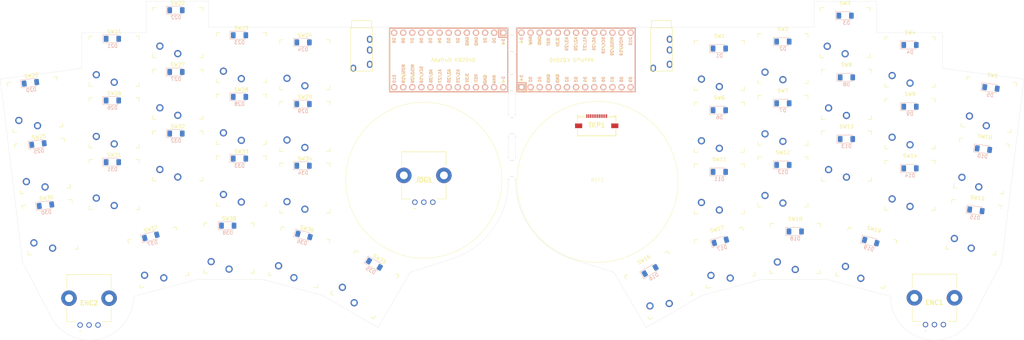
<source format=kicad_pcb>
(kicad_pcb (version 20241229) (generator "pcbnew") (generator_version "9.0")
  (layers (0 "F.Cu" signal) (2 "B.Cu" signal) (13 "F.Paste" user) (15 "B.Paste" user) (5 "F.SilkS" user "F.Silkscreen") (7 "B.SilkS" user "B.Silkscreen") (1 "F.Mask" user) (3 "B.Mask" user) (25 "Edge.Cuts" user))
  (net 0 "")
  (net 1 "Net-(D1-A)")
  (net 2 "Row0")
  (net 3 "Net-(D2-A)")
  (net 4 "Net-(D3-A)")
  (net 5 "Net-(D4-A)")
  (net 6 "Net-(D5-A)")
  (net 7 "Net-(D6-A)")
  (net 8 "Row1")
  (net 9 "Net-(D7-A)")
  (net 10 "Net-(D8-A)")
  (net 11 "Net-(D9-A)")
  (net 12 "Net-(D10-A)")
  (net 13 "Net-(D11-A)")
  (net 14 "Row2")
  (net 15 "Net-(D12-A)")
  (net 16 "Net-(D13-A)")
  (net 17 "Net-(D14-A)")
  (net 18 "Net-(D15-A)")
  (net 19 "Row3")
  (net 20 "Net-(D16-A)")
  (net 21 "Net-(D17-A)")
  (net 22 "Net-(D18-A)")
  (net 23 "Net-(D19-A)")
  (net 24 "Net-(D20-A)")
  (net 25 "Net-(D21-A)")
  (net 26 "Net-(D22-A)")
  (net 27 "Net-(D23-A)")
  (net 28 "Net-(D24-A)")
  (net 29 "Net-(D25-A)")
  (net 30 "Net-(D26-A)")
  (net 31 "Net-(D27-A)")
  (net 32 "Net-(D28-A)")
  (net 33 "Net-(D29-A)")
  (net 34 "Net-(D30-A)")
  (net 35 "Net-(D31-A)")
  (net 36 "Net-(D32-A)")
  (net 37 "Net-(D33-A)")
  (net 38 "Net-(D34-A)")
  (net 39 "Net-(D35-A)")
  (net 40 "Net-(D36-A)")
  (net 41 "Net-(D37-A)")
  (net 42 "Net-(D38-A)")
  (net 43 "Col0")
  (net 44 "Col1")
  (net 45 "Col2")
  (net 46 "Col3")
  (net 47 "Col4")
  (net 48 "Col0_L")
  (net 49 "Col1_L")
  (net 50 "Col2_L")
  (net 51 "Col3_L")
  (net 52 "Col4_L")
  (net 54 "CS")
  (net 55 "VCC")
  (net 56 "GND")
  (net 58 "SCK")
  (net 62 "MISO")
  (net 63 "MOSI")
  (net 66 "TX")
  (net 67 "TX_L")
  (net 70 "ENC1_B")
  (net 73 "ENC1_A")
  (net 77 "JOG_B")
  (net 83 "ENC2_A")
  (net 84 "ENC2_B")
  (net 85 "JOG_A")
  (footprint "" (layer "F.Cu") (at 342 120)
    (property "Reference" "" (at 0 0 0) (layer "F.SilkS") (effects (font (size 1.27 1.27))))
    (property "Value" "")
    (pad "" np_thru_hole circle (at 0 0) (size 2.2 2.2) (drill 2.2) (layers "*.Cu" "*.Mask"))
  )
  (footprint "keyswitches:SW_PG1350" (layer "F.Cu") (at 125.68 105.465677)
    (property "Reference" "SW22" (at 0 -8.255 0) (layer "F.SilkS"))
    (property "Value" "SW_Push")
    (pad "" np_thru_hole circle (at -5.5 0) (size 1.7018 1.7018) (drill 1.7018) (layers "*.Cu" "*.Mask"))
    (pad "" np_thru_hole circle (at 0 0) (size 3.429 3.429) (drill 3.429) (layers "*.Cu" "*.Mask"))
    (pad "" np_thru_hole circle (at 5.22 -4.2) (size 0.9906 0.9906) (drill 0.9906) (layers "*.Cu" "*.Mask"))
    (pad "" np_thru_hole circle (at 5.5 0) (size 1.7018 1.7018) (drill 1.7018) (layers "*.Cu" "*.Mask"))
    (pad "1" thru_hole circle (at 0 5.9) (size 2.032 2.032) (drill 1.27) (layers "*.Cu" "*.Mask") (net 50 "Col2_L"))
    (pad "2" thru_hole circle (at -5 3.8) (size 2.032 2.032) (drill 1.27) (layers "*.Cu" "*.Mask") (net 26 "Net-(D22-A)"))
  )
  (footprint "keyswitches:SW_PG1350" (layer "F.Cu") (at 143.43 112.465677)
    (property "Reference" "SW23" (at 0 -8.255 0) (layer "F.SilkS"))
    (property "Value" "SW_Push")
    (pad "" np_thru_hole circle (at -5.5 0) (size 1.7018 1.7018) (drill 1.7018) (layers "*.Cu" "*.Mask"))
    (pad "" np_thru_hole circle (at 0 0) (size 3.429 3.429) (drill 3.429) (layers "*.Cu" "*.Mask"))
    (pad "" np_thru_hole circle (at 5.22 -4.2) (size 0.9906 0.9906) (drill 0.9906) (layers "*.Cu" "*.Mask"))
    (pad "" np_thru_hole circle (at 5.5 0) (size 1.7018 1.7018) (drill 1.7018) (layers "*.Cu" "*.Mask"))
    (pad "1" thru_hole circle (at 0 5.9) (size 2.032 2.032) (drill 1.27) (layers "*.Cu" "*.Mask") (net 51 "Col3_L"))
    (pad "2" thru_hole circle (at -5 3.8) (size 2.032 2.032) (drill 1.27) (layers "*.Cu" "*.Mask") (net 27 "Net-(D23-A)"))
  )
  (footprint "keyswitches:SW_PG1350" (layer "F.Cu") (at 298.13 165.84)
    (property "Reference" "SW18" (at 0 -8.255 0) (layer "F.SilkS"))
    (property "Value" "SW_Push")
    (pad "" np_thru_hole circle (at -5.5 0) (size 1.7018 1.7018) (drill 1.7018) (layers "*.Cu" "*.Mask"))
    (pad "" np_thru_hole circle (at 0 0) (size 3.429 3.429) (drill 3.429) (layers "*.Cu" "*.Mask"))
    (pad "" np_thru_hole circle (at 5.22 -4.2) (size 0.9906 0.9906) (drill 0.9906) (layers "*.Cu" "*.Mask"))
    (pad "" np_thru_hole circle (at 5.5 0) (size 1.7018 1.7018) (drill 1.7018) (layers "*.Cu" "*.Mask"))
    (pad "1" thru_hole circle (at 0 5.9) (size 2.032 2.032) (drill 1.27) (layers "*.Cu" "*.Mask") (net 45 "Col2"))
    (pad "2" thru_hole circle (at -5 3.8) (size 2.032 2.032) (drill 1.27) (layers "*.Cu" "*.Mask") (net 22 "Net-(D18-A)"))
  )
  (footprint "keyswitches:SW_PG1350" (layer "F.Cu") (at 107.93 130.715677)
    (property "Reference" "SW26" (at 0 -8.255 0) (layer "F.SilkS"))
    (property "Value" "SW_Push")
    (pad "" np_thru_hole circle (at -5.5 0) (size 1.7018 1.7018) (drill 1.7018) (layers "*.Cu" "*.Mask"))
    (pad "" np_thru_hole circle (at 0 0) (size 3.429 3.429) (drill 3.429) (layers "*.Cu" "*.Mask"))
    (pad "" np_thru_hole circle (at 5.22 -4.2) (size 0.9906 0.9906) (drill 0.9906) (layers "*.Cu" "*.Mask"))
    (pad "" np_thru_hole circle (at 5.5 0) (size 1.7018 1.7018) (drill 1.7018) (layers "*.Cu" "*.Mask"))
    (pad "1" thru_hole circle (at 0 5.9) (size 2.032 2.032) (drill 1.27) (layers "*.Cu" "*.Mask") (net 49 "Col1_L"))
    (pad "2" thru_hole circle (at -5 3.8) (size 2.032 2.032) (drill 1.27) (layers "*.Cu" "*.Mask") (net 30 "Net-(D26-A)"))
  )
  (footprint "keyswitches:SW_PG1350" (layer "F.Cu") (at 140 165.730836)
    (property "Reference" "SW38" (at 0 -8.255 0) (layer "F.SilkS"))
    (property "Value" "SW_Push")
    (pad "" np_thru_hole circle (at -5.5 0) (size 1.7018 1.7018) (drill 1.7018) (layers "*.Cu" "*.Mask"))
    (pad "" np_thru_hole circle (at 0 0) (size 3.429 3.429) (drill 3.429) (layers "*.Cu" "*.Mask"))
    (pad "" np_thru_hole circle (at 5.22 -4.2) (size 0.9906 0.9906) (drill 0.9906) (layers "*.Cu" "*.Mask"))
    (pad "" np_thru_hole circle (at 5.5 0) (size 1.7018 1.7018) (drill 1.7018) (layers "*.Cu" "*.Mask"))
    (pad "1" thru_hole circle (at 0 5.9) (size 2.032 2.032) (drill 1.27) (layers "*.Cu" "*.Mask") (net 52 "Col4_L"))
    (pad "2" thru_hole circle (at -5 3.8) (size 2.032 2.032) (drill 1.27) (layers "*.Cu" "*.Mask") (net 42 "Net-(D38-A)"))
  )
  (footprint "keyswitches:SW_PG1350" (layer "F.Cu") (at 143.43 146.965677)
    (property "Reference" "SW33" (at 0 -8.255 0) (layer "F.SilkS"))
    (property "Value" "SW_Push")
    (pad "" np_thru_hole circle (at -5.5 0) (size 1.7018 1.7018) (drill 1.7018) (layers "*.Cu" "*.Mask"))
    (pad "" np_thru_hole circle (at 0 0) (size 3.429 3.429) (drill 3.429) (layers "*.Cu" "*.Mask"))
    (pad "" np_thru_hole circle (at 5.22 -4.2) (size 0.9906 0.9906) (drill 0.9906) (layers "*.Cu" "*.Mask"))
    (pad "" np_thru_hole circle (at 5.5 0) (size 1.7018 1.7018) (drill 1.7018) (layers "*.Cu" "*.Mask"))
    (pad "1" thru_hole circle (at 0 5.9) (size 2.032 2.032) (drill 1.27) (layers "*.Cu" "*.Mask") (net 51 "Col3_L"))
    (pad "2" thru_hole circle (at -5 3.8) (size 2.032 2.032) (drill 1.27) (layers "*.Cu" "*.Mask") (net 37 "Net-(D33-A)"))
  )
  (footprint "" (layer "F.Cu") (at 265 132)
    (property "Reference" "" (at 0 0 0) (layer "F.SilkS") (effects (font (size 1.27 1.27))))
    (property "Value" "")
    (pad "" np_thru_hole circle (at 0 0) (size 2.2 2.2) (drill 2.2) (layers "*.Cu" "*.Mask"))
  )
  (footprint "Panelization:MouseBite-Slot_2.0x4.5mm_outset_D0.5mm_P0.85mm_7h" (layer "F.Cu") (at 220 131.5 90)
    (property "Reference" "REF**" (hide yes))
    (property "Value" "MouseBite-Slot_2.0x4.5mm_outset_D0.5mm_P0.85mm_7h" (hide yes))
    (fp_arc (start -3.25 -2) (mid -2.25 -1) (end -3.25 0) (stroke (width 0.1)) (layer "Edge.Cuts"))
    (fp_arc (start 3.25 0) (mid 2.25 -1) (end 3.25 -2) (stroke (width 0.1)) (layer "Edge.Cuts"))
    (pad "" np_thru_hole circle (at -2.55 -1.75 270) (size 0.5 0.5) (drill 0.5) (layers "*.Cu" "*.Mask"))
    (pad "" np_thru_hole circle (at -2.55 -0.25 270) (size 0.5 0.5) (drill 0.5) (layers "*.Cu" "*.Mask"))
    (pad "" np_thru_hole circle (at -1.7 -1.75 270) (size 0.5 0.5) (drill 0.5) (layers "*.Cu" "*.Mask"))
    (pad "" np_thru_hole circle (at -1.7 -0.25 270) (size 0.5 0.5) (drill 0.5) (layers "*.Cu" "*.Mask"))
    (pad "" np_thru_hole circle (at -0.85 -1.75 270) (size 0.5 0.5) (drill 0.5) (layers "*.Cu" "*.Mask"))
    (pad "" np_thru_hole circle (at -0.85 -0.25 270) (size 0.5 0.5) (drill 0.5) (layers "*.Cu" "*.Mask"))
    (pad "" np_thru_hole circle (at 0 -1.75 270) (size 0.5 0.5) (drill 0.5) (layers "*.Cu" "*.Mask"))
    (pad "" np_thru_hole circle (at 0 -0.25 270) (size 0.5 0.5) (drill 0.5) (layers "*.Cu" "*.Mask"))
    (pad "" np_thru_hole circle (at 0.85 -1.75 270) (size 0.5 0.5) (drill 0.5) (layers "*.Cu" "*.Mask"))
    (pad "" np_thru_hole circle (at 0.85 -0.25 270) (size 0.5 0.5) (drill 0.5) (layers "*.Cu" "*.Mask"))
    (pad "" np_thru_hole circle (at 1.7 -1.75 270) (size 0.5 0.5) (drill 0.5) (layers "*.Cu" "*.Mask"))
    (pad "" np_thru_hole circle (at 1.7 -0.25 270) (size 0.5 0.5) (drill 0.5) (layers "*.Cu" "*.Mask"))
    (pad "" np_thru_hole circle (at 2.55 -1.75 270) (size 0.5 0.5) (drill 0.5) (layers "*.Cu" "*.Mask"))
    (pad "" np_thru_hole circle (at 2.55 -0.25 270) (size 0.5 0.5) (drill 0.5) (layers "*.Cu" "*.Mask"))
  )
  (footprint "keyswitches:SW_PG1350" (layer "F.Cu") (at 276.93 149.19)
    (property "Reference" "SW11" (at 0 -8.255 0) (layer "F.SilkS"))
    (property "Value" "SW_Push")
    (pad "" np_thru_hole circle (at -5.5 0) (size 1.7018 1.7018) (drill 1.7018) (layers "*.Cu" "*.Mask"))
    (pad "" np_thru_hole circle (at 0 0) (size 3.429 3.429) (drill 3.429) (layers "*.Cu" "*.Mask"))
    (pad "" np_thru_hole circle (at 5.22 -4.2) (size 0.9906 0.9906) (drill 0.9906) (layers "*.Cu" "*.Mask"))
    (pad "" np_thru_hole circle (at 5.5 0) (size 1.7018 1.7018) (drill 1.7018) (layers "*.Cu" "*.Mask"))
    (pad "1" thru_hole circle (at 0 5.9) (size 2.032 2.032) (drill 1.27) (layers "*.Cu" "*.Mask") (net 43 "Col0"))
    (pad "2" thru_hole circle (at -5 3.8) (size 2.032 2.032) (drill 1.27) (layers "*.Cu" "*.Mask") (net 13 "Net-(D11-A)"))
  )
  (footprint "keyswitches:SW_PG1350" (layer "F.Cu") (at 317.963142 168.5 -15)
    (property "Reference" "SW19" (at 0 -8.255 165) (layer "F.SilkS"))
    (property "Value" "SW_Push")
    (pad "" np_thru_hole circle (at -5.5 0 345) (size 1.7018 1.7018) (drill 1.7018) (layers "*.Cu" "*.Mask"))
    (pad "" np_thru_hole circle (at 0 0 345) (size 3.429 3.429) (drill 3.429) (layers "*.Cu" "*.Mask"))
    (pad "" np_thru_hole circle (at 5.22 -4.2 345) (size 0.9906 0.9906) (drill 0.9906) (layers "*.Cu" "*.Mask"))
    (pad "" np_thru_hole circle (at 5.5 0 345) (size 1.7018 1.7018) (drill 1.7018) (layers "*.Cu" "*.Mask"))
    (pad "1" thru_hole circle (at 0 5.9 345) (size 2.032 2.032) (drill 1.27) (layers "*.Cu" "*.Mask") (net 46 "Col3"))
    (pad "2" thru_hole circle (at -5 3.8 345) (size 2.032 2.032) (drill 1.27) (layers "*.Cu" "*.Mask") (net 23 "Net-(D19-A)"))
  )
  (footprint "keyswitches:SW_PG1350" (layer "F.Cu") (at 90 159.908156 7)
    (property "Reference" "SW30" (at 0 -8.254999 7) (layer "F.SilkS"))
    (property "Value" "SW_Push")
    (pad "" np_thru_hole circle (at -5.5 0 7) (size 1.7018 1.7018) (drill 1.7018) (layers "*.Cu" "*.Mask"))
    (pad "" np_thru_hole circle (at 0 0 7) (size 3.429 3.429) (drill 3.429) (layers "*.Cu" "*.Mask"))
    (pad "" np_thru_hole circle (at 5.22 -4.2 7) (size 0.9906 0.9906) (drill 0.9906) (layers "*.Cu" "*.Mask"))
    (pad "" np_thru_hole circle (at 5.5 0 7) (size 1.7018 1.7018) (drill 1.7018) (layers "*.Cu" "*.Mask"))
    (pad "1" thru_hole circle (at 0 5.9 7) (size 2.032 2.032) (drill 1.27) (layers "*.Cu" "*.Mask") (net 48 "Col0_L"))
    (pad "2" thru_hole circle (at -5 3.8 7) (size 2.032 2.032) (drill 1.27) (layers "*.Cu" "*.Mask") (net 34 "Net-(D30-A)"))
  )
  (footprint "keyswitches:SW_PG1350" (layer "F.Cu") (at 120.25 168.380836 15)
    (property "Reference" "SW37" (at 0 -8.255 15) (layer "F.SilkS"))
    (property "Value" "SW_Push")
    (pad "" np_thru_hole circle (at -5.5 0 15) (size 1.7018 1.7018) (drill 1.7018) (layers "*.Cu" "*.Mask"))
    (pad "" np_thru_hole circle (at 0 0 15) (size 3.429 3.429) (drill 3.429) (layers "*.Cu" "*.Mask"))
    (pad "" np_thru_hole circle (at 5.22 -4.2 15) (size 0.9906 0.9906) (drill 0.9906) (layers "*.Cu" "*.Mask"))
    (pad "" np_thru_hole circle (at 5.5 0 15) (size 1.7018 1.7018) (drill 1.7018) (layers "*.Cu" "*.Mask"))
    (pad "1" thru_hole circle (at 0 5.9 15) (size 2.032 2.032) (drill 1.27) (layers "*.Cu" "*.Mask") (net 51 "Col3_L"))
    (pad "2" thru_hole circle (at -5 3.8 15) (size 2.032 2.032) (drill 1.27) (layers "*.Cu" "*.Mask") (net 41 "Net-(D37-A)"))
  )
  (footprint "" (layer "F.Cu") (at 312 154)
    (property "Reference" "" (at 0 0 0) (layer "F.SilkS") (effects (font (size 1.27 1.27))))
    (property "Value" "")
    (pad "" np_thru_hole circle (at 0 0) (size 2.2 2.2) (drill 2.2) (layers "*.Cu" "*.Mask"))
  )
  (footprint "keyswitches:SW_PG1350" (layer "F.Cu") (at 278.43 168.44 15)
    (property "Reference" "SW17" (at 0 -8.255 15) (layer "F.SilkS"))
    (property "Value" "SW_Push")
    (pad "" np_thru_hole circle (at -5.5 0 15) (size 1.7018 1.7018) (drill 1.7018) (layers "*.Cu" "*.Mask"))
    (pad "" np_thru_hole circle (at 0 0 15) (size 3.429 3.429) (drill 3.429) (layers "*.Cu" "*.Mask"))
    (pad "" np_thru_hole circle (at 5.22 -4.2 15) (size 0.9906 0.9906) (drill 0.9906) (layers "*.Cu" "*.Mask"))
    (pad "" np_thru_hole circle (at 5.5 0 15) (size 1.7018 1.7018) (drill 1.7018) (layers "*.Cu" "*.Mask"))
    (pad "1" thru_hole circle (at 0 5.9 15) (size 2.032 2.032) (drill 1.27) (layers "*.Cu" "*.Mask") (net 44 "Col1"))
    (pad "2" thru_hole circle (at -5 3.8 15) (size 2.032 2.032) (drill 1.27) (layers "*.Cu" "*.Mask") (net 21 "Net-(D17-A)"))
  )
  (footprint "kb2040-kicad:kb2040" (layer "F.Cu") (at 235.64078 113.12 90)
    (property "Reference" "U1" (hide yes))
    (property "Value" "ProMicro" (hide yes))
    (fp_text user "GND" (at -5.061905 -3.9162 90) (layer "F.SilkS") (effects (font (size 0.8 0.8))))
    (fp_text user "D-" (at 5.533334 -14.0238 90) (layer "F.SilkS") (effects (font (size 0.8 0.8))))
    (fp_text user "D3" (at -5.5 1.24 90) (layer "F.SilkS") (effects (font (size 0.8 0.8))))
    (fp_text user "D2" (at -5.5 -1.3 90) (layer "F.SilkS") (effects (font (size 0.8 0.8))))
    (fp_text user "MOSI/19" (at 3.8 13.84 90) (layer "F.SilkS") (effects (font (size 0.8 0.8))))
    (fp_text user "D+" (at -5.1 -14 90) (layer "F.SilkS") (effects (font (size 0.8 0.8))))
    (fp_text user "GND" (at 5.209524 -8.9438 90) (layer "F.SilkS") (effects (font (size 0.8 0.8))))
    (fp_text user "D4" (at -5.5 3.78 90) (layer "F.SilkS") (effects (font (size 0.8 0.8))))
    (fp_text user "A1/27" (at 4.52381 3.68 90) (layer "F.SilkS") (effects (font (size 0.8 0.8))))
    (fp_text user "Adafruit KB2040" (at 0 0 180) (layer "F.SilkS"))
    (fp_text user "D7" (at -5.5 11.4 90) (layer "F.SilkS") (effects (font (size 0.8 0.8))))
    (fp_text user "D0" (at -5.5 -11.46 90) (layer "F.SilkS") (effects (font (size 0.8 0.8))))
    (fp_text user "D8" (at -5.5 13.94 90) (layer "F.SilkS") (effects (font (size 0.8 0.8))))
    (fp_text user "RAW" (at 5.228572 -11.4838 90) (layer "F.SilkS") (effects (font (size 0.8 0.8))))
    (fp_text user "A2/28" (at 4.52381 1.14 90) (layer "F.SilkS") (effects (font (size 0.8 0.8))))
    (fp_text user "MISO/20" (at 3.8 11.3 90) (layer "F.SilkS") (effects (font (size 0.8 0.8))))
    (fp_text user "RST" (at 5.342857 -6.4546 90) (layer "F.SilkS") (effects (font (size 0.8 0.8))))
    (fp_text user "D6" (at -5.5 8.86 90) (layer "F.SilkS") (effects (font (size 0.8 0.8))))
    (fp_text user "A3/29" (at 4.52381 -1.4 90) (layer "F.SilkS") (effects (font (size 0.8 0.8))))
    (fp_text user "SCK/18" (at 4.066667 8.8362 90) (layer "F.SilkS") (effects (font (size 0.8 0.8))))
    (fp_text user "GND" (at -5.061905 -6.4562 90) (layer "F.SilkS") (effects (font (size 0.8 0.8))))
    (fp_text user "3.3V" (at 5.133334 -3.9146 90) (layer "F.SilkS") (effects (font (size 0.8 0.8))))
    (fp_text user "D1" (at -5.5 -8.92 90) (layer "F.SilkS") (effects (font (size 0.8 0.8))))
    (fp_text user "D5" (at -5.5 6.32 90) (layer "F.SilkS") (effects (font (size 0.8 0.8))))
    (fp_text user "D9" (at -5.5 16.47 90) (layer "F.SilkS") (effects (font (size 0.8 0.8))))
    (fp_text user "D10" (at 5.266667 16.4308 90) (layer "F.SilkS") (effects (font (size 0.8 0.8))))
    (fp_text user "A0/26" (at 4.52381 6.22 90) (layer "F.SilkS") (effects (font (size 0.8 0.8))))
    (fp_text user "GND" (at -5.2578 -3.8862 90) (layer "B.SilkS") (effects (font (size 0.8 0.8)) (justify mirror)))
    (fp_text user "D-" (at 5.461 -13.97 90) (layer "B.SilkS") (effects (font (size 0.8 0.8)) (justify mirror)))
    (fp_text user "D7" (at -5.461 11.43 90) (layer "B.SilkS") (effects (font (size 0.8 0.8)) (justify mirror)))
    (fp_text user "D9" (at -5.5 16.5 90) (layer "B.SilkS") (effects (font (size 0.8 0.8)) (justify mirror)))
    (fp_text user "A2/28" (at 4.4704 1.1938 90) (layer "B.SilkS") (effects (font (size 0.8 0.8)) (justify mirror)))
    (fp_text user "D4" (at -5.461 3.81 90) (layer "B.SilkS") (effects (font (size 0.8 0.8)) (justify mirror)))
    (fp_text user "A3/29" (at 4.4704 -1.3462 90) (layer "B.SilkS") (effects (font (size 0.8 0.8)) (justify mirror)))
    (fp_text user "D2" (at -5.461 -1.27 90) (layer "B.SilkS") (effects (font (size 0.8 0.8)) (justify mirror)))
    (fp_text user "A1/27" (at 4.4704 3.7338 90) (layer "B.SilkS") (effects (font (size 0.8 0.8)) (justify mirror)))
    (fp_text user "SCK/18" (at 4.0894 8.89 90) (layer "B.SilkS") (effects (font (size 0.8 0.8)) (justify mirror)))
    (fp_text user "D8" (at -5.461 13.97 90) (layer "B.SilkS") (effects (font (size 0.8 0.8)) (justify mirror)))
    (fp_text user "D1" (at -5.461 -8.89 90) (layer "B.SilkS") (effects (font (size 0.8 0.8)) (justify mirror)))
    (fp_text user "RAW" (at 5.461 -11.43 90) (layer "B.SilkS") (effects (font (size 0.8 0.8)) (justify mirror)))
    (fp_text user "GND" (at 5.461 -8.89 90) (layer "B.SilkS") (effects (font (size 0.8 0.8)) (justify mirror)))
    (fp_text user "D6" (at -5.461 8.89 90) (layer "B.SilkS") (effects (font (size 0.8 0.8)) (justify mirror)))
    (fp_text user "MISO/20" (at 3.81 11.3538 90) (layer "B.SilkS") (effects (font (size 0.8 0.8)) (justify mirror)))
    (fp_text user "D3" (at -5.461 1.27 90) (layer "B.SilkS") (effects (font (size 0.8 0.8)) (justify mirror)))
    (fp_text user "A0/26" (at 4.4704 6.2738 90) (layer "B.SilkS") (effects (font (size 0.8 0.8)) (justify mirror)))
    (fp_text user "D5" (at -5.461 6.35 90) (layer "B.SilkS") (effects (font (size 0.8 0.8)) (justify mirror)))
    (fp_text user "RST" (at 4.9784 -6.4008 90) (layer "B.SilkS") (effects (font (size 0.8 0.8)) (justify mirror)))
    (fp_text user "D+" (at -5.08 -13.97 90) (layer "B.SilkS") (effects (font (size 0.8 0.8)) (justify mirror)))
    (fp_text user "D0" (at -5.461 -11.43 90) (layer "B.SilkS") (effects (font (size 0.8 0.8)) (justify mirror)))
    (fp_text user "3.3V" (at 4.9784 -3.8608 90) (layer "B.SilkS") (effects (font (size 0.8 0.8)) (justify mirror)))
    (fp_text user "D10" (at 5.2324 16.4846 90) (layer "B.SilkS") (effects (font (size 0.8 0.8)) (justify mirror)))
    (fp_text user "MOSI/19" (at 3.81 13.8938 90) (layer "B.SilkS") (effects (font (size 0.8 0.8)) (justify mirror)))
    (fp_text user "GND" (at -5.2578 -6.4262 90) (layer "B.SilkS") (effects (font (size 0.8 0.8)) (justify mirror)))
    (pad "1" thru_hole rect (at -7.62 -13.97) (size 1.7526 1.7526) (drill 1.0922) (layers "*.Cu" "*.SilkS" "*.Mask"))
    (pad "2" thru_hole circle (at -7.62 -11.43) (size 1.7526 1.7526) (drill 1.0922) (layers "*.Cu" "*.SilkS" "*.Mask") (net 66 "TX"))
    (pad "3" thru_hole circle (at -7.62 -8.89) (size 1.7526 1.7526) (drill 1.0922) (layers "*.Cu" "*.SilkS" "*.Mask"))
    (pad "4" thru_hole circle (at -7.62 -6.35) (size 1.7526 1.7526) (drill 1.0922) (layers "*.Cu" "*.SilkS" "*.Mask") (net 56 "GND"))
    (pad "5" thru_hole circle (at -7.62 -3.81) (size 1.7526 1.7526) (drill 1.0922) (layers "*.Cu" "*.SilkS" "*.Mask") (net 56 "GND"))
    (pad "6" thru_hole circle (at -7.62 -1.27) (size 1.7526 1.7526) (drill 1.0922) (layers "*.Cu" "*.SilkS" "*.Mask"))
    (pad "7" thru_hole circle (at -7.62 1.27) (size 1.7526 1.7526) (drill 1.0922) (layers "*.Cu" "*.SilkS" "*.Mask") (net 73 "ENC1_A"))
    (pad "8" thru_hole circle (at -7.62 3.81) (size 1.7526 1.7526) (drill 1.0922) (layers "*.Cu" "*.SilkS" "*.Mask") (net 70 "ENC1_B"))
    (pad "9" thru_hole circle (at -7.62 6.35) (size 1.7526 1.7526) (drill 1.0922) (layers "*.Cu" "*.SilkS" "*.Mask") (net 43 "Col0"))
    (pad "10" thru_hole circle (at -7.62 8.89) (size 1.7526 1.7526) (drill 1.0922) (layers "*.Cu" "*.SilkS" "*.Mask") (net 44 "Col1"))
    (pad "11" thru_hole circle (at -7.62 11.43) (size 1.7526 1.7526) (drill 1.0922) (layers "*.Cu" "*.SilkS" "*.Mask") (net 45 "Col2"))
    (pad "12" thru_hole circle (at -7.62 13.97) (size 1.7526 1.7526) (drill 1.0922) (layers "*.Cu" "*.SilkS" "*.Mask") (net 46 "Col3"))
    (pad "13" thru_hole circle (at -7.62 16.51) (size 1.7526 1.7526) (drill 1.0922) (layers "*.Cu" "*.SilkS" "*.Mask") (net 47 "Col4"))
    (pad "14" thru_hole circle (at 7.62 -13.97) (size 1.7526 1.7526) (drill 1.0922) (layers "*.Cu" "*.SilkS" "*.Mask"))
    (pad "15" thru_hole circle (at 7.62 -11.43) (size 1.7526 1.7526) (drill 1.0922) (layers "*.Cu" "*.SilkS" "*.Mask"))
    (pad "16" thru_hole circle (at 7.62 -8.89) (size 1.7526 1.7526) (drill 1.0922) (layers "*.Cu" "*.SilkS" "*.Mask") (net 56 "GND"))
    (pad "17" thru_hole circle (at 7.62 -6.35) (size 1.7526 1.7526) (drill 1.0922) (layers "*.Cu" "*.SilkS" "*.Mask"))
    (pad "18" thru_hole circle (at 7.62 -3.81) (size 1.7526 1.7526) (drill 1.0922) (layers "*.Cu" "*.SilkS" "*.Mask") (net 55 "VCC"))
    (pad "19" thru_hole circle (at 7.62 -1.27) (size 1.7526 1.7526) (drill 1.0922) (layers "*.Cu" "*.SilkS" "*.Mask") (net 2 "Row0"))
    (pad "20" thru_hole circle (at 7.62 1.27) (size 1.7526 1.7526) (drill 1.0922) (layers "*.Cu" "*.SilkS" "*.Mask") (net 8 "Row1"))
    (pad "21" thru_hole circle (at 7.62 3.81) (size 1.7526 1.7526) (drill 1.0922) (layers "*.Cu" "*.SilkS" "*.Mask") (net 14 "Row2"))
    (pad "22" thru_hole circle (at 7.62 6.35) (size 1.7526 1.7526) (drill 1.0922) (layers "*.Cu" "*.SilkS" "*.Mask") (net 19 "Row3"))
    (pad "23" thru_hole circle (at 7.62 8.89) (size 1.7526 1.7526) (drill 1.0922) (layers "*.Cu" "*.SilkS" "*.Mask") (net 58 "SCK"))
    (pad "24" thru_hole circle (at 7.62 11.43) (size 1.7526 1.7526) (drill 1.0922) (layers "*.Cu" "*.SilkS" "*.Mask") (net 62 "MISO"))
    (pad "25" thru_hole circle (at 7.62 13.97) (size 1.7526 1.7526) (drill 1.0922) (layers "*.Cu" "*.SilkS" "*.Mask") (net 63 "MOSI"))
    (pad "26" thru_hole circle (at 7.62 16.51) (size 1.7526 1.7526) (drill 1.0922) (layers "*.Cu" "*.SilkS" "*.Mask") (net 54 "CS"))
  )
  (footprint "keyswitches:SW_PG1350" (layer "F.Cu") (at 352.203367 125.664595 -7)
    (property "Reference" "SW5" (at 0 -8.254999 353) (layer "F.SilkS"))
    (property "Value" "SW_Push")
    (pad "" np_thru_hole circle (at -5.5 0 353) (size 1.7018 1.7018) (drill 1.7018) (layers "*.Cu" "*.Mask"))
    (pad "" np_thru_hole circle (at 0 0 353) (size 3.429 3.429) (drill 3.429) (layers "*.Cu" "*.Mask"))
    (pad "" np_thru_hole circle (at 5.22 -4.2 353) (size 0.9906 0.9906) (drill 0.9906) (layers "*.Cu" "*.Mask"))
    (pad "" np_thru_hole circle (at 5.5 0 353) (size 1.7018 1.7018) (drill 1.7018) (layers "*.Cu" "*.Mask"))
    (pad "1" thru_hole circle (at 0 5.9 353) (size 2.032 2.032) (drill 1.27) (layers "*.Cu" "*.Mask") (net 47 "Col4"))
    (pad "2" thru_hole circle (at -5 3.8 353) (size 2.032 2.032) (drill 1.27) (layers "*.Cu" "*.Mask") (net 6 "Net-(D5-A)"))
  )
  (footprint "Keebio-Parts:TRRS-PJ-320A" (layer "F.Cu") (at 177 104.153177)
    (property "Reference" "TRX2")
    (property "Value" "TRRS")
    (pad "" np_thru_hole circle (at 0 1.6) (size 0.8 0.8) (drill 0.8) (layers "*.Cu" "*.Mask"))
    (pad "" np_thru_hole circle (at 0 8.6) (size 0.8 0.8) (drill 0.8) (layers "*.Cu" "*.Mask"))
    (pad "1" thru_hole oval (at -2.3 11.3) (size 1.6 2) (drill oval 0.9 1.3) (layers "*.Cu" "*.Mask") (net 56 "GND"))
    (pad "2" thru_hole oval (at 2.3 10.2) (size 1.6 2) (drill oval 0.9 1.3) (layers "*.Cu" "*.Mask") (net 67 "TX_L"))
    (pad "3" thru_hole oval (at 2.3 6.2) (size 1.6 2) (drill oval 0.9 1.3) (layers "*.Cu" "*.Mask") (net 55 "VCC"))
    (pad "4" thru_hole oval (at 2.3 3.2) (size 1.6 2) (drill oval 0.9 1.3) (layers "*.Cu" "*.Mask"))
  )
  (footprint "EC12:EC12E2440301" (layer "F.Cu") (at 98.4 187.265677)
    (property "Reference" "ENC2" (at 2.5 -6.15 0) (layer "F.SilkS") (effects (font (size 1.27 1.27) (thickness 0.254))))
    (property "Value" "RotaryEncoder" (hide yes))
    (pad "A1" thru_hole circle (at 0 0) (size 1.5 1.5) (drill 1) (layers "*.Cu" "*.Mask") (net 83 "ENC2_A"))
    (pad "B1" thru_hole circle (at 5 0) (size 1.5 1.5) (drill 1) (layers "*.Cu" "*.Mask") (net 84 "ENC2_B"))
    (pad "C1" thru_hole circle (at 2.5 0) (size 1.5 1.5) (drill 1) (layers "*.Cu" "*.Mask") (net 56 "GND"))
    (pad "MH1" thru_hole circle (at -3.1 -7.5) (size 4.35 4.35) (drill 2.2) (layers "*.Cu" "*.Mask"))
    (pad "MH2" thru_hole circle (at 8.1 -7.5) (size 4.35 4.35) (drill 2.2) (layers "*.Cu" "*.Mask"))
  )
  (footprint "keyswitches:SW_PG1350" (layer "F.Cu") (at 161.18 114.465677)
    (property "Reference" "SW24" (at 0 -8.255 0) (layer "F.SilkS"))
    (property "Value" "SW_Push")
    (pad "" np_thru_hole circle (at -5.5 0) (size 1.7018 1.7018) (drill 1.7018) (layers "*.Cu" "*.Mask"))
    (pad "" np_thru_hole circle (at 0 0) (size 3.429 3.429) (drill 3.429) (layers "*.Cu" "*.Mask"))
    (pad "" np_thru_hole circle (at 5.22 -4.2) (size 0.9906 0.9906) (drill 0.9906) (layers "*.Cu" "*.Mask"))
    (pad "" np_thru_hole circle (at 5.5 0) (size 1.7018 1.7018) (drill 1.7018) (layers "*.Cu" "*.Mask"))
    (pad "1" thru_hole circle (at 0 5.9) (size 2.032 2.032) (drill 1.27) (layers "*.Cu" "*.Mask") (net 52 "Col4_L"))
    (pad "2" thru_hole circle (at -5 3.8) (size 2.032 2.032) (drill 1.27) (layers "*.Cu" "*.Mask") (net 28 "Net-(D24-A)"))
  )
  (footprint "keyswitches:SW_PG1350" (layer "F.Cu") (at 294.68 112.75)
    (property "Reference" "SW2" (at 0 -8.255 0) (layer "F.SilkS"))
    (property "Value" "SW_Push")
    (pad "" np_thru_hole circle (at -5.5 0) (size 1.7018 1.7018) (drill 1.7018) (layers "*.Cu" "*.Mask"))
    (pad "" np_thru_hole circle (at 0 0) (size 3.429 3.429) (drill 3.429) (layers "*.Cu" "*.Mask"))
    (pad "" np_thru_hole circle (at 5.22 -4.2) (size 0.9906 0.9906) (drill 0.9906) (layers "*.Cu" "*.Mask"))
    (pad "" np_thru_hole circle (at 5.5 0) (size 1.7018 1.7018) (drill 1.7018) (layers "*.Cu" "*.Mask"))
    (pad "1" thru_hole circle (at 0 5.9) (size 2.032 2.032) (drill 1.27) (layers "*.Cu" "*.Mask") (net 44 "Col1"))
    (pad "2" thru_hole circle (at -5 3.8) (size 2.032 2.032) (drill 1.27) (layers "*.Cu" "*.Mask") (net 3 "Net-(D2-A)"))
  )
  (footprint "keyswitches:SW_PG1350" (layer "F.Cu") (at 294.68 130)
    (property "Reference" "SW7" (at 0 -8.255 0) (layer "F.SilkS"))
    (property "Value" "SW_Push")
    (pad "" np_thru_hole circle (at -5.5 0) (size 1.7018 1.7018) (drill 1.7018) (layers "*.Cu" "*.Mask"))
    (pad "" np_thru_hole circle (at 0 0) (size 3.429 3.429) (drill 3.429) (layers "*.Cu" "*.Mask"))
    (pad "" np_thru_hole circle (at 5.22 -4.2) (size 0.9906 0.9906) (drill 0.9906) (layers "*.Cu" "*.Mask"))
    (pad "" np_thru_hole circle (at 5.5 0) (size 1.7018 1.7018) (drill 1.7018) (layers "*.Cu" "*.Mask"))
    (pad "1" thru_hole circle (at 0 5.9) (size 2.032 2.032) (drill 1.27) (layers "*.Cu" "*.Mask") (net 44 "Col1"))
    (pad "2" thru_hole circle (at -5 3.8) (size 2.032 2.032) (drill 1.27) (layers "*.Cu" "*.Mask") (net 9 "Net-(D7-A)"))
  )
  (footprint "keyswitches:SW_PG1350" (layer "F.Cu") (at 276.93 131.94)
    (property "Reference" "SW6" (at 0 -8.255 0) (layer "F.SilkS"))
    (property "Value" "SW_Push")
    (pad "" np_thru_hole circle (at -5.5 0) (size 1.7018 1.7018) (drill 1.7018) (layers "*.Cu" "*.Mask"))
    (pad "" np_thru_hole circle (at 0 0) (size 3.429 3.429) (drill 3.429) (layers "*.Cu" "*.Mask"))
    (pad "" np_thru_hole circle (at 5.22 -4.2) (size 0.9906 0.9906) (drill 0.9906) (layers "*.Cu" "*.Mask"))
    (pad "" np_thru_hole circle (at 5.5 0) (size 1.7018 1.7018) (drill 1.7018) (layers "*.Cu" "*.Mask"))
    (pad "1" thru_hole circle (at 0 5.9) (size 2.032 2.032) (drill 1.27) (layers "*.Cu" "*.Mask") (net 43 "Col0"))
    (pad "2" thru_hole circle (at -5 3.8) (size 2.032 2.032) (drill 1.27) (layers "*.Cu" "*.Mask") (net 7 "Net-(D6-A)"))
  )
  (footprint "keyswitches:SW_PG1350" (layer "F.Cu") (at 125.68 139.965677)
    (property "Reference" "SW32" (at 0 -8.255 0) (layer "F.SilkS"))
    (property "Value" "SW_Push")
    (pad "" np_thru_hole circle (at -5.5 0) (size 1.7018 1.7018) (drill 1.7018) (layers "*.Cu" "*.Mask"))
    (pad "" np_thru_hole circle (at 0 0) (size 3.429 3.429) (drill 3.429) (layers "*.Cu" "*.Mask"))
    (pad "" np_thru_hole circle (at 5.22 -4.2) (size 0.9906 0.9906) (drill 0.9906) (layers "*.Cu" "*.Mask"))
    (pad "" np_thru_hole circle (at 5.5 0) (size 1.7018 1.7018) (drill 1.7018) (layers "*.Cu" "*.Mask"))
    (pad "1" thru_hole circle (at 0 5.9) (size 2.032 2.032) (drill 1.27) (layers "*.Cu" "*.Mask") (net 50 "Col2_L"))
    (pad "2" thru_hole circle (at -5 3.8) (size 2.032 2.032) (drill 1.27) (layers "*.Cu" "*.Mask") (net 36 "Net-(D32-A)"))
  )
  (footprint "Keebio-Parts:TRRS-PJ-320A" (layer "F.Cu") (at 260.75078 104.1375)
    (property "Reference" "TRX1")
    (property "Value" "TRRS")
    (pad "" np_thru_hole circle (at 0 1.6) (size 0.8 0.8) (drill 0.8) (layers "*.Cu" "*.Mask"))
    (pad "" np_thru_hole circle (at 0 8.6) (size 0.8 0.8) (drill 0.8) (layers "*.Cu" "*.Mask"))
    (pad "1" thru_hole oval (at -2.3 11.3) (size 1.6 2) (drill oval 0.9 1.3) (layers "*.Cu" "*.Mask") (net 56 "GND"))
    (pad "2" thru_hole oval (at 2.3 10.2) (size 1.6 2) (drill oval 0.9 1.3) (layers "*.Cu" "*.Mask") (net 66 "TX"))
    (pad "3" thru_hole oval (at 2.3 6.2) (size 1.6 2) (drill oval 0.9 1.3) (layers "*.Cu" "*.Mask") (net 55 "VCC"))
    (pad "4" thru_hole oval (at 2.3 3.2) (size 1.6 2) (drill oval 0.9 1.3) (layers "*.Cu" "*.Mask"))
  )
  (footprint "MountingHole:MountingHole_2.2mm_M2" (layer "F.Cu") (at 223 125)
    (property "Reference" "REF**" (at 0 -3.15 0) (layer "F.SilkS"))
    (property "Value" "MountingHole_2.2mm_M2")
    (pad "" np_thru_hole circle (at 0 0) (size 2.2 2.2) (drill 2.2) (layers "*.Cu" "*.Mask"))
  )
  (footprint "kb2040-kicad:kb2040" (layer "F.Cu") (at 202.61 113.145677 -90)
    (property "Reference" "U2" (hide yes))
    (property "Value" "ProMicro" (hide yes))
    (fp_text user "SCK/18" (at 4.066667 8.8362 270) (layer "F.SilkS") (effects (font (size 0.8 0.8))))
    (fp_text user "D10" (at 5.266667 16.4308 270) (layer "F.SilkS") (effects (font (size 0.8 0.8))))
    (fp_text user "D+" (at -5.1 -14 270) (layer "F.SilkS") (effects (font (size 0.8 0.8))))
    (fp_text user "MISO/20" (at 3.8 11.3 270) (layer "F.SilkS") (effects (font (size 0.8 0.8))))
    (fp_text user "D3" (at -5.5 1.24 270) (layer "F.SilkS") (effects (font (size 0.8 0.8))))
    (fp_text user "Adafruit KB2040" (at 0 0 0) (layer "F.SilkS"))
    (fp_text user "RAW" (at 5.228572 -11.4838 270) (layer "F.SilkS") (effects (font (size 0.8 0.8))))
    (fp_text user "D4" (at -5.5 3.78 270) (layer "F.SilkS") (effects (font (size 0.8 0.8))))
    (fp_text user "A1/27" (at 4.52381 3.68 270) (layer "F.SilkS") (effects (font (size 0.8 0.8))))
    (fp_text user "D6" (at -5.5 8.86 270) (layer "F.SilkS") (effects (font (size 0.8 0.8))))
    (fp_text user "D0" (at -5.5 -11.46 270) (layer "F.SilkS") (effects (font (size 0.8 0.8))))
    (fp_text user "D5" (at -5.5 6.32 270) (layer "F.SilkS") (effects (font (size 0.8 0.8))))
    (fp_text user "GND" (at -5.061905 -6.4562 270) (layer "F.SilkS") (effects (font (size 0.8 0.8))))
    (fp_text user "A3/29" (at 4.52381 -1.4 270) (layer "F.SilkS") (effects (font (size 0.8 0.8))))
    (fp_text user "D1" (at -5.5 -8.92 270) (layer "F.SilkS") (effects (font (size 0.8 0.8))))
    (fp_text user "D8" (at -5.5 13.94 270) (layer "F.SilkS") (effects (font (size 0.8 0.8))))
    (fp_text user "A2/28" (at 4.52381 1.14 270) (layer "F.SilkS") (effects (font (size 0.8 0.8))))
    (fp_text user "3.3V" (at 5.133334 -3.9146 270) (layer "F.SilkS") (effects (font (size 0.8 0.8))))
    (fp_text user "D-" (at 5.533334 -14.0238 270) (layer "F.SilkS") (effects (font (size 0.8 0.8))))
    (fp_text user "D9" (at -5.5 16.47 270) (layer "F.SilkS") (effects (font (size 0.8 0.8))))
    (fp_text user "D7" (at -5.5 11.4 270) (layer "F.SilkS") (effects (font (size 0.8 0.8))))
    (fp_text user "GND" (at -5.061905 -3.9162 270) (layer "F.SilkS") (effects (font (size 0.8 0.8))))
    (fp_text user "MOSI/19" (at 3.8 13.84 270) (layer "F.SilkS") (effects (font (size 0.8 0.8))))
    (fp_text user "RST" (at 5.342857 -6.4546 270) (layer "F.SilkS") (effects (font (size 0.8 0.8))))
    (fp_text user "A0/26" (at 4.52381 6.22 270) (layer "F.SilkS") (effects (font (size 0.8 0.8))))
    (fp_text user "D2" (at -5.5 -1.3 270) (layer "F.SilkS") (effects (font (size 0.8 0.8))))
    (fp_text user "GND" (at 5.209524 -8.9438 270) (layer "F.SilkS") (effects (font (size 0.8 0.8))))
    (fp_text user "MOSI/19" (at 3.81 13.8938 270) (layer "B.SilkS") (effects (font (size 0.8 0.8)) (justify mirror)))
    (fp_text user "RAW" (at 5.461 -11.43 270) (layer "B.SilkS") (effects (font (size 0.8 0.8)) (justify mirror)))
    (fp_text user "D8" (at -5.461 13.97 270) (layer "B.SilkS") (effects (font (size 0.8 0.8)) (justify mirror)))
    (fp_text user "D10" (at 5.2324 16.4846 270) (layer "B.SilkS") (effects (font (size 0.8 0.8)) (justify mirror)))
    (fp_text user "3.3V" (at 4.9784 -3.8608 270) (layer "B.SilkS") (effects (font (size 0.8 0.8)) (justify mirror)))
    (fp_text user "GND" (at 5.461 -8.89 270) (layer "B.SilkS") (effects (font (size 0.8 0.8)) (justify mirror)))
    (fp_text user "D5" (at -5.461 6.35 270) (layer "B.SilkS") (effects (font (size 0.8 0.8)) (justify mirror)))
    (fp_text user "MISO/20" (at 3.81 11.3538 270) (layer "B.SilkS") (effects (font (size 0.8 0.8)) (justify mirror)))
    (fp_text user "A0/26" (at 4.4704 6.2738 270) (layer "B.SilkS") (effects (font (size 0.8 0.8)) (justify mirror)))
    (fp_text user "D2" (at -5.461 -1.27 270) (layer "B.SilkS") (effects (font (size 0.8 0.8)) (justify mirror)))
    (fp_text user "D-" (at 5.461 -13.97 270) (layer "B.SilkS") (effects (font (size 0.8 0.8)) (justify mirror)))
    (fp_text user "RST" (at 4.9784 -6.4008 270) (layer "B.SilkS") (effects (font (size 0.8 0.8)) (justify mirror)))
    (fp_text user "D0" (at -5.461 -11.43 270) (layer "B.SilkS") (effects (font (size 0.8 0.8)) (justify mirror)))
    (fp_text user "GND" (at -5.2578 -6.4262 270) (layer "B.SilkS") (effects (font (size 0.8 0.8)) (justify mirror)))
    (fp_text user "A3/29" (at 4.4704 -1.3462 270) (layer "B.SilkS") (effects (font (size 0.8 0.8)) (justify mirror)))
    (fp_text user "D7" (at -5.461 11.43 270) (layer "B.SilkS") (effects (font (size 0.8 0.8)) (justify mirror)))
    (fp_text user "D6" (at -5.461 8.89 270) (layer "B.SilkS") (effects (font (size 0.8 0.8)) (justify mirror)))
    (fp_text user "SCK/18" (at 4.0894 8.89 270) (layer "B.SilkS") (effects (font (size 0.8 0.8)) (justify mirror)))
    (fp_text user "A1/27" (at 4.4704 3.7338 270) (layer "B.SilkS") (effects (font (size 0.8 0.8)) (justify mirror)))
    (fp_text user "GND" (at -5.2578 -3.8862 270) (layer "B.SilkS") (effects (font (size 0.8 0.8)) (justify mirror)))
    (fp_text user "D4" (at -5.461 3.81 270) (layer "B.SilkS") (effects (font (size 0.8 0.8)) (justify mirror)))
    (fp_text user "D+" (at -5.08 -13.97 270) (layer "B.SilkS") (effects (font (size 0.8 0.8)) (justify mirror)))
    (fp_text user "D1" (at -5.461 -8.89 270) (layer "B.SilkS") (effects (font (size 0.8 0.8)) (justify mirror)))
    (fp_text user "D9" (at -5.5 16.5 270) (layer "B.SilkS") (effects (font (size 0.8 0.8)) (justify mirror)))
    (fp_text user "A2/28" (at 4.4704 1.1938 270) (layer "B.SilkS") (effects (font (size 0.8 0.8)) (justify mirror)))
    (fp_text user "D3" (at -5.461 1.27 270) (layer "B.SilkS") (effects (font (size 0.8 0.8)) (justify mirror)))
    (pad "1" thru_hole rect (at -7.62 -13.97 180) (size 1.7526 1.7526) (drill 1.0922) (layers "*.Cu" "*.SilkS" "*.Mask"))
    (pad "2" thru_hole circle (at -7.62 -11.43 180) (size 1.7526 1.7526) (drill 1.0922) (layers "*.Cu" "*.SilkS" "*.Mask") (net 67 "TX_L"))
    (pad "3" thru_hole circle (at -7.62 -8.89 180) (size 1.7526 1.7526) (drill 1.0922) (layers "*.Cu" "*.SilkS" "*.Mask"))
    (pad "4" thru_hole circle (at -7.62 -6.35 180) (size 1.7526 1.7526) (drill 1.0922) (layers "*.Cu" "*.SilkS" "*.Mask") (net 56 "GND"))
    (pad "5" thru_hole circle (at -7.62 -3.81 180) (size 1.7526 1.7526) (drill 1.0922) (layers "*.Cu" "*.SilkS" "*.Mask") (net 56 "GND"))
    (pad "6" thru_hole circle (at -7.62 -1.27 180) (size 1.7526 1.7526) (drill 1.0922) (layers "*.Cu" "*.SilkS" "*.Mask"))
    (pad "7" thru_hole circle (at -7.62 1.27 180) (size 1.7526 1.7526) (drill 1.0922) (layers "*.Cu" "*.SilkS" "*.Mask") (net 83 "ENC2_A"))
    (pad "8" thru_hole circle (at -7.62 3.81 180) (size 1.7526 1.7526) (drill 1.0922) (layers "*.Cu" "*.SilkS" "*.Mask") (net 84 "ENC2_B"))
    (pad "9" thru_hole circle (at -7.62 6.35 180) (size 1.7526 1.7526) (drill 1.0922) (layers "*.Cu" "*.SilkS" "*.Mask") (net 48 "Col0_L"))
    (pad "10" thru_hole circle (at -7.62 8.89 180) (size 1.7526 1.7526) (drill 1.0922) (layers "*.Cu" "*.SilkS" "*.Mask") (net 49 "Col1_L"))
    (pad "11" thru_hole circle (at -7.62 11.43 180) (size 1.7526 1.7526) (drill 1.0922) (layers "*.Cu" "*.SilkS" "*.Mask") (net 50 "Col2_L"))
    (pad "12" thru_hole circle (at -7.62 13.97 180) (size 1.7526 1.7526) (drill 1.0922) (layers "*.Cu" "*.SilkS" "*.Mask") (net 51 "Col3_L"))
    (pad "13" thru_hole circle (at -7.62 16.51 180) (size 1.7526 1.7526) (drill 1.0922) (layers "*.Cu" "*.SilkS" "*.Mask") (net 52 "Col4_L"))
    (pad "14" thru_hole circle (at 7.62 -13.97 180) (size 1.7526 1.7526) (drill 1.0922) (layers "*.Cu" "*.SilkS" "*.Mask"))
    (pad "15" thru_hole circle (at 7.62 -11.43 180) (size 1.7526 1.7526) (drill 1.0922) (layers "*.Cu" "*.SilkS" "*.Mask"))
    (pad "16" thru_hole circle (at 7.62 -8.89 180) (size 1.7526 1.7526) (drill 1.0922) (layers "*.Cu" "*.SilkS" "*.Mask") (net 56 "GND"))
    (pad "17" thru_hole circle (at 7.62 -6.35 180) (size 1.7526 1.7526) (drill 1.0922) (layers "*.Cu" "*.SilkS" "*.Mask"))
    (pad "18" thru_hole circle (at 7.62 -3.81 180) (size 1.7526 1.7526) (drill 1.0922) (layers "*.Cu" "*.SilkS" "*.Mask") (net 55 "VCC"))
    (pad "19" thru_hole circle (at 7.62 -1.27 180) (size 1.7526 1.7526) (drill 1.0922) (layers "*.Cu" "*.SilkS" "*.Mask") (net 2 "Row0"))
    (pad "20" thru_hole circle (at 7.62 1.27 180) (size 1.7526 1.7526) (drill 1.0922) (layers "*.Cu" "*.SilkS" "*.Mask") (net 8 "Row1"))
    (pad "21" thru_hole circle (at 7.62 3.81 180) (size 1.7526 1.7526) (drill 1.0922) (layers "*.Cu" "*.SilkS" "*.Mask") (net 14 "Row2"))
    (pad "22" thru_hole circle (at 7.62 6.35 180) (size 1.7526 1.7526) (drill 1.0922) (layers "*.Cu" "*.SilkS" "*.Mask") (net 19 "Row3"))
    (pad "23" thru_hole circle (at 7.62 8.89 180) (size 1.7526 1.7526) (drill 1.0922) (layers "*.Cu" "*.SilkS" "*.Mask"))
    (pad "24" thru_hole circle (at 7.62 11.43 180) (size 1.7526 1.7526) (drill 1.0922) (layers "*.Cu" "*.SilkS" "*.Mask"))
    (pad "25" thru_hole circle (at 7.62 13.97 180) (size 1.7526 1.7526) (drill 1.0922) (layers "*.Cu" "*.SilkS" "*.Mask") (net 85 "JOG_A"))
    (pad "26" thru_hole circle (at 7.62 16.51 180) (size 1.7526 1.7526) (drill 1.0922) (layers "*.Cu" "*.SilkS" "*.Mask") (net 77 "JOG_B"))
  )
  (footprint "" (layer "F.Cu") (at 230 160)
    (property "Reference" "" (at 0 0 0) (layer "F.SilkS") (effects (font (size 1.27 1.27))))
    (property "Value" "")
    (pad "" np_thru_hole circle (at 0 0) (size 2.2 2.2) (drill 2.2) (layers "*.Cu" "*.Mask"))
  )
  (footprint "Panelization:MouseBite-Slot_2.0x4.5mm_outset_D0.5mm_P0.85mm_7h" (layer "F.Cu") (at 220 143.5 90)
    (property "Reference" "REF**" (hide yes))
    (property "Value" "MouseBite-Slot_2.0x4.5mm_outset_D0.5mm_P0.85mm_7h" (hide yes))
    (fp_arc (start -3.25 -2) (mid -2.25 -1) (end -3.25 0) (stroke (width 0.1)) (layer "Edge.Cuts"))
    (fp_arc (start 3.25 0) (mid 2.25 -1) (end 3.25 -2) (stroke (width 0.1)) (layer "Edge.Cuts"))
    (pad "" np_thru_hole circle (at -2.55 -1.75 270) (size 0.5 0.5) (drill 0.5) (layers "*.Cu" "*.Mask"))
    (pad "" np_thru_hole circle (at -2.55 -0.25 270) (size 0.5 0.5) (drill 0.5) (layers "*.Cu" "*.Mask"))
    (pad "" np_thru_hole circle (at -1.7 -1.75 270) (size 0.5 0.5) (drill 0.5) (layers "*.Cu" "*.Mask"))
    (pad "" np_thru_hole circle (at -1.7 -0.25 270) (size 0.5 0.5) (drill 0.5) (layers "*.Cu" "*.Mask"))
    (pad "" np_thru_hole circle (at -0.85 -1.75 270) (size 0.5 0.5) (drill 0.5) (layers "*.Cu" "*.Mask"))
    (pad "" np_thru_hole circle (at -0.85 -0.25 270) (size 0.5 0.5) (drill 0.5) (layers "*.Cu" "*.Mask"))
    (pad "" np_thru_hole circle (at 0 -1.75 270) (size 0.5 0.5) (drill 0.5) (layers "*.Cu" "*.Mask"))
    (pad "" np_thru_hole circle (at 0 -0.25 270) (size 0.5 0.5) (drill 0.5) (layers "*.Cu" "*.Mask"))
    (pad "" np_thru_hole circle (at 0.85 -1.75 270) (size 0.5 0.5) (drill 0.5) (layers "*.Cu" "*.Mask"))
    (pad "" np_thru_hole circle (at 0.85 -0.25 270) (size 0.5 0.5) (drill 0.5) (layers "*.Cu" "*.Mask"))
    (pad "" np_thru_hole circle (at 1.7 -1.75 270) (size 0.5 0.5) (drill 0.5) (layers "*.Cu" "*.Mask"))
    (pad "" np_thru_hole circle (at 1.7 -0.25 270) (size 0.5 0.5) (drill 0.5) (layers "*.Cu" "*.Mask"))
    (pad "" np_thru_hole circle (at 2.55 -1.75 270) (size 0.5 0.5) (drill 0.5) (layers "*.Cu" "*.Mask"))
    (pad "" np_thru_hole circle (at 2.55 -0.25 270) (size 0.5 0.5) (drill 0.5) (layers "*.Cu" "*.Mask"))
  )
  (footprint "keyswitches:SW_PG1350" (layer "F.Cu") (at 312.43 140)
    (property "Reference" "SW13" (at 0 -8.255 0) (layer "F.SilkS"))
    (property "Value" "SW_Push")
    (pad "" np_thru_hole circle (at -5.5 0) (size 1.7018 1.7018) (drill 1.7018) (layers "*.Cu" "*.Mask"))
    (pad "" np_thru_hole circle (at 0 0) (size 3.429 3.429) (drill 3.429) (layers "*.Cu" "*.Mask"))
    (pad "" np_thru_hole circle (at 5.22 -4.2) (size 0.9906 0.9906) (drill 0.9906) (layers "*.Cu" "*.Mask"))
    (pad "" np_thru_hole circle (at 5.5 0) (size 1.7018 1.7018) (drill 1.7018) (layers "*.Cu" "*.Mask"))
    (pad "1" thru_hole circle (at 0 5.9) (size 2.032 2.032) (drill 1.27) (layers "*.Cu" "*.Mask") (net 45 "Col2"))
    (pad "2" thru_hole circle (at -5 3.8) (size 2.032 2.032) (drill 1.27) (layers "*.Cu" "*.Mask") (net 16 "Net-(D13-A)"))
  )
  (footprint "keyswitches:SW_PG1350" (layer "F.Cu") (at 125.68 122.715677)
    (property "Reference" "SW27" (at 0 -8.255 0) (layer "F.SilkS"))
    (property "Value" "SW_Push")
    (pad "" np_thru_hole circle (at -5.5 0) (size 1.7018 1.7018) (drill 1.7018) (layers "*.Cu" "*.Mask"))
    (pad "" np_thru_hole circle (at 0 0) (size 3.429 3.429) (drill 3.429) (layers "*.Cu" "*.Mask"))
    (pad "" np_thru_hole circle (at 5.22 -4.2) (size 0.9906 0.9906) (drill 0.9906) (layers "*.Cu" "*.Mask"))
    (pad "" np_thru_hole circle (at 5.5 0) (size 1.7018 1.7018) (drill 1.7018) (layers "*.Cu" "*.Mask"))
    (pad "1" thru_hole circle (at 0 5.9) (size 2.032 2.032) (drill 1.27) (layers "*.Cu" "*.Mask") (net 50 "Col2_L"))
    (pad "2" thru_hole circle (at -5 3.8) (size 2.032 2.032) (drill 1.27) (layers "*.Cu" "*.Mask") (net 31 "Net-(D27-A)"))
  )
  (footprint "keyswitches:SW_PG1350" (layer "F.Cu") (at 330.18 113.7)
    (property "Reference" "SW4" (at 0 -8.255 0) (layer "F.SilkS"))
    (property "Value" "SW_Push")
    (pad "" np_thru_hole circle (at -5.5 0) (size 1.7018 1.7018) (drill 1.7018) (layers "*.Cu" "*.Mask"))
    (pad "" np_thru_hole circle (at 0 0) (size 3.429 3.429) (drill 3.429) (layers "*.Cu" "*.Mask"))
    (pad "" np_thru_hole circle (at 5.22 -4.2) (size 0.9906 0.9906) (drill 0.9906) (layers "*.Cu" "*.Mask"))
    (pad "" np_thru_hole circle (at 5.5 0) (size 1.7018 1.7018) (drill 1.7018) (layers "*.Cu" "*.Mask"))
    (pad "1" thru_hole circle (at 0 5.9) (size 2.032 2.032) (drill 1.27) (layers "*.Cu" "*.Mask") (net 46 "Col3"))
    (pad "2" thru_hole circle (at -5 3.8) (size 2.032 2.032) (drill 1.27) (layers "*.Cu" "*.Mask") (net 5 "Net-(D4-A)"))
  )
  (footprint "Trackpad:Cirque Curved 40mm Trackpad" (layer "F.Cu") (at 194.4 146.765677)
    (property "Reference" "REF1" (at 0 -0.5 0) (layer "F.SilkS") (effects (font (thickness 0.1))))
    (property "Value" "Cirque Curved Trackpad")
  )
  (footprint "keyswitches:SW_PG1350" (layer "F.Cu") (at 294.68 147.25)
    (property "Reference" "SW12" (at 0 -8.255 0) (layer "F.SilkS"))
    (property "Value" "SW_Push")
    (pad "" np_thru_hole circle (at -5.5 0) (size 1.7018 1.7018) (drill 1.7018) (layers "*.Cu" "*.Mask"))
    (pad "" np_thru_hole circle (at 0 0) (size 3.429 3.429) (drill 3.429) (layers "*.Cu" "*.Mask"))
    (pad "" np_thru_hole circle (at 5.22 -4.2) (size 0.9906 0.9906) (drill 0.9906) (layers "*.Cu" "*.Mask"))
    (pad "" np_thru_hole circle (at 5.5 0) (size 1.7018 1.7018) (drill 1.7018) (layers "*.Cu" "*.Mask"))
    (pad "1" thru_hole circle (at 0 5.9) (size 2.032 2.032) (drill 1.27) (layers "*.Cu" "*.Mask") (net 44 "Col1"))
    (pad "2" thru_hole circle (at -5 3.8) (size 2.032 2.032) (drill 1.27) (layers "*.Cu" "*.Mask") (net 15 "Net-(D12-A)"))
  )
  (footprint "" (layer "F.Cu") (at 126 154)
    (property "Reference" "" (at 0 0 0) (layer "F.SilkS") (effects (font (size 1.27 1.27))))
    (property "Value" "")
    (pad "" np_thru_hole circle (at 0 0) (size 2.2 2.2) (drill 2.2) (layers "*.Cu" "*.Mask"))
  )
  (footprint "keyswitches:SW_PG1350" (layer "F.Cu") (at 259.98 176.14 30)
    (property "Reference" "SW16" (at 0 -8.255 30) (layer "F.SilkS"))
    (property "Value" "SW_Push")
    (pad "" np_thru_hole circle (at -5.5 0 30) (size 1.7018 1.7018) (drill 1.7018) (layers "*.Cu" "*.Mask"))
    (pad "" np_thru_hole circle (at 0 0 30) (size 3.429 3.429) (drill 3.429) (layers "*.Cu" "*.Mask"))
    (pad "" np_thru_hole circle (at 5.22 -4.2 30) (size 0.9906 0.9906) (drill 0.9906) (layers "*.Cu" "*.Mask"))
    (pad "" np_thru_hole circle (at 5.5 0 30) (size 1.7018 1.7018) (drill 1.7018) (layers "*.Cu" "*.Mask"))
    (pad "1" thru_hole circle (at 0 5.9 30) (size 2.032 2.032) (drill 1.27) (layers "*.Cu" "*.Mask") (net 43 "Col0"))
    (pad "2" thru_hole circle (at -5 3.8 30) (size 2.032 2.032) (drill 1.27) (layers "*.Cu" "*.Mask") (net 20 "Net-(D16-A)"))
  )
  (footprint "Panelization:MouseBite-Slot_2.0x4.5mm_outset_D0.5mm_P0.85mm_7h" (layer "F.Cu") (at 220 119.5 90)
    (property "Reference" "REF**" (hide yes))
    (property "Value" "MouseBite-Slot_2.0x4.5mm_outset_D0.5mm_P0.85mm_7h" (hide yes))
    (fp_arc (start -3.25 -2) (mid -2.25 -1) (end -3.25 0) (stroke (width 0.1)) (layer "Edge.Cuts"))
    (fp_arc (start 3.25 0) (mid 2.25 -1) (end 3.25 -2) (stroke (width 0.1)) (layer "Edge.Cuts"))
    (pad "" np_thru_hole circle (at -2.55 -1.75 270) (size 0.5 0.5) (drill 0.5) (layers "*.Cu" "*.Mask"))
    (pad "" np_thru_hole circle (at -2.55 -0.25 270) (size 0.5 0.5) (drill 0.5) (layers "*.Cu" "*.Mask"))
    (pad "" np_thru_hole circle (at -1.7 -1.75 270) (size 0.5 0.5) (drill 0.5) (layers "*.Cu" "*.Mask"))
    (pad "" np_thru_hole circle (at -1.7 -0.25 270) (size 0.5 0.5) (drill 0.5) (layers "*.Cu" "*.Mask"))
    (pad "" np_thru_hole circle (at -0.85 -1.75 270) (size 0.5 0.5) (drill 0.5) (layers "*.Cu" "*.Mask"))
    (pad "" np_thru_hole circle (at -0.85 -0.25 270) (size 0.5 0.5) (drill 0.5) (layers "*.Cu" "*.Mask"))
    (pad "" np_thru_hole circle (at 0 -1.75 270) (size 0.5 0.5) (drill 0.5) (layers "*.Cu" "*.Mask"))
    (pad "" np_thru_hole circle (at 0 -0.25 270) (size 0.5 0.5) (drill 0.5) (layers "*.Cu" "*.Mask"))
    (pad "" np_thru_hole circle (at 0.85 -1.75 270) (size 0.5 0.5) (drill 0.5) (layers "*.Cu" "*.Mask"))
    (pad "" np_thru_hole circle (at 0.85 -0.25 270) (size 0.5 0.5) (drill 0.5) (layers "*.Cu" "*.Mask"))
    (pad "" np_thru_hole circle (at 1.7 -1.75 270) (size 0.5 0.5) (drill 0.5) (layers "*.Cu" "*.Mask"))
    (pad "" np_thru_hole circle (at 1.7 -0.25 270) (size 0.5 0.5) (drill 0.5) (layers "*.Cu" "*.Mask"))
    (pad "" np_thru_hole circle (at 2.55 -1.75 270) (size 0.5 0.5) (drill 0.5) (layers "*.Cu" "*.Mask"))
    (pad "" np_thru_hole circle (at 2.55 -0.25 270) (size 0.5 0.5) (drill 0.5) (layers "*.Cu" "*.Mask"))
  )
  (footprint "Panelization:MouseBite-Slot_2.0x4.5mm_outset_D0.5mm_P0.85mm_7h" (layer "F.Cu") (at 220.000001 108.5 90)
    (property "Reference" "REF**" (hide yes))
    (property "Value" "MouseBite-Slot_2.0x4.5mm_outset_D0.5mm_P0.85mm_7h" (hide yes))
    (fp_arc (start -3.25 -2) (mid -2.25 -1) (end -3.25 0) (stroke (width 0.1)) (layer "Edge.Cuts"))
    (fp_arc (start 3.25 0) (mid 2.25 -1) (end 3.25 -2) (stroke (width 0.1)) (layer "Edge.Cuts"))
    (pad "" np_thru_hole circle (at -2.55 -1.75 270) (size 0.5 0.5) (drill 0.5) (layers "*.Cu" "*.Mask"))
    (pad "" np_thru_hole circle (at -2.55 -0.25 270) (size 0.5 0.5) (drill 0.5) (layers "*.Cu" "*.Mask"))
    (pad "" np_thru_hole circle (at -1.7 -1.75 270) (size 0.5 0.5) (drill 0.5) (layers "*.Cu" "*.Mask"))
    (pad "" np_thru_hole circle (at -1.7 -0.25 270) (size 0.5 0.5) (drill 0.5) (layers "*.Cu" "*.Mask"))
    (pad "" np_thru_hole circle (at -0.85 -1.75 270) (size 0.5 0.5) (drill 0.5) (layers "*.Cu" "*.Mask"))
    (pad "" np_thru_hole circle (at -0.85 -0.25 270) (size 0.5 0.5) (drill 0.5) (layers "*.Cu" "*.Mask"))
    (pad "" np_thru_hole circle (at 0 -1.75 270) (size 0.5 0.5) (drill 0.5) (layers "*.Cu" "*.Mask"))
    (pad "" np_thru_hole circle (at 0 -0.25 270) (size 0.5 0.5) (drill 0.5) (layers "*.Cu" "*.Mask"))
    (pad "" np_thru_hole circle (at 0.85 -1.75 270) (size 0.5 0.5) (drill 0.5) (layers "*.Cu" "*.Mask"))
    (pad "" np_thru_hole circle (at 0.85 -0.25 270) (size 0.5 0.5) (drill 0.5) (layers "*.Cu" "*.Mask"))
    (pad "" np_thru_hole circle (at 1.7 -1.75 270) (size 0.5 0.5) (drill 0.5) (layers "*.Cu" "*.Mask"))
    (pad "" np_thru_hole circle (at 1.7 -0.25 270) (size 0.5 0.5) (drill 0.5) (layers "*.Cu" "*.Mask"))
    (pad "" np_thru_hole circle (at 2.55 -1.75 270) (size 0.5 0.5) (drill 0.5) (layers "*.Cu" "*.Mask"))
    (pad "" np_thru_hole circle (at 2.55 -0.25 270) (size 0.5 0.5) (drill 0.5) (layers "*.Cu" "*.Mask"))
  )
  (footprint "keyswitches:SW_PG1350" (layer "F.Cu") (at 161.18 148.965677)
    (property "Reference" "SW34" (at 0 -8.255 0) (layer "F.SilkS"))
    (property "Value" "SW_Push")
    (pad "" np_thru_hole circle (at -5.5 0) (size 1.7018 1.7018) (drill 1.7018) (layers "*.Cu" "*.Mask"))
    (pad "" np_thru_hole circle (at 0 0) (size 3.429 3.429) (drill 3.429) (layers "*.Cu" "*.Mask"))
    (pad "" np_thru_hole circle (at 5.22 -4.2) (size 0.9906 0.9906) (drill 0.9906) (layers "*.Cu" "*.Mask"))
    (pad "" np_thru_hole circle (at 5.5 0) (size 1.7018 1.7018) (drill 1.7018) (layers "*.Cu" "*.Mask"))
    (pad "1" thru_hole circle (at 0 5.9) (size 2.032 2.032) (drill 1.27) (layers "*.Cu" "*.Mask") (net 52 "Col4_L"))
    (pad "2" thru_hole circle (at -5 3.8) (size 2.032 2.032) (drill 1.27) (layers "*.Cu" "*.Mask") (net 38 "Net-(D34-A)"))
  )
  (footprint "keyswitches:SW_PG1350" (layer "F.Cu") (at 276.93 114.69)
    (property "Reference" "SW1" (at 0 -8.255 0) (layer "F.SilkS"))
    (property "Value" "SW_Push")
    (pad "" np_thru_hole circle (at -5.5 0) (size 1.7018 1.7018) (drill 1.7018) (layers "*.Cu" "*.Mask"))
    (pad "" np_thru_hole circle (at 0 0) (size 3.429 3.429) (drill 3.429) (layers "*.Cu" "*.Mask"))
    (pad "" np_thru_hole circle (at 5.22 -4.2) (size 0.9906 0.9906) (drill 0.9906) (layers "*.Cu" "*.Mask"))
    (pad "" np_thru_hole circle (at 5.5 0) (size 1.7018 1.7018) (drill 1.7018) (layers "*.Cu" "*.Mask"))
    (pad "1" thru_hole circle (at 0 5.9) (size 2.032 2.032) (drill 1.27) (layers "*.Cu" "*.Mask") (net 43 "Col0"))
    (pad "2" thru_hole circle (at -5 3.8) (size 2.032 2.032) (drill 1.27) (layers "*.Cu" "*.Mask") (net 1 "Net-(D1-A)"))
  )
  (footprint "keyswitches:SW_PG1350" (layer "F.Cu") (at 312.05422 105.5)
    (property "Reference" "SW3" (at 0 -8.255 0) (layer "F.SilkS"))
    (property "Value" "SW_Push")
    (pad "" np_thru_hole circle (at -5.5 0) (size 1.7018 1.7018) (drill 1.7018) (layers "*.Cu" "*.Mask"))
    (pad "" np_thru_hole circle (at 0 0) (size 3.429 3.429) (drill 3.429) (layers "*.Cu" "*.Mask"))
    (pad "" np_thru_hole circle (at 5.22 -4.2) (size 0.9906 0.9906) (drill 0.9906) (layers "*.Cu" "*.Mask"))
    (pad "" np_thru_hole circle (at 5.5 0) (size 1.7018 1.7018) (drill 1.7018) (layers "*.Cu" "*.Mask"))
    (pad "1" thru_hole circle (at 0 5.9) (size 2.032 2.032) (drill 1.27) (layers "*.Cu" "*.Mask") (net 45 "Col2"))
    (pad "2" thru_hole circle (at -5 3.8) (size 2.032 2.032) (drill 1.27) (layers "*.Cu" "*.Mask") (net 4 "Net-(D3-A)"))
  )
  (footprint "Trackpad:Cirque Curved 40mm Trackpad" (layer "F.Cu") (at 242.88 147.24)
    (property "Reference" "REF1" (at 0 -0.5 0) (layer "F.SilkS") (effects (font (thickness 0.1))))
    (property "Value" "Cirque Curved Trackpad")
  )
  (footprint "keyswitches:SW_PG1350" (layer "F.Cu") (at 330.18 148.2)
    (property "Reference" "SW14" (at 0 -8.255 0) (layer "F.SilkS"))
    (property "Value" "SW_Push")
    (pad "" np_thru_hole circle (at -5.5 0) (size 1.7018 1.7018) (drill 1.7018) (layers "*.Cu" "*.Mask"))
    (pad "" np_thru_hole circle (at 0 0) (size 3.429 3.429) (drill 3.429) (layers "*.Cu" "*.Mask"))
    (pad "" np_thru_hole circle (at 5.22 -4.2) (size 0.9906 0.9906) (drill 0.9906) (layers "*.Cu" "*.Mask"))
    (pad "" np_thru_hole circle (at 5.5 0) (size 1.7018 1.7018) (drill 1.7018) (layers "*.Cu" "*.Mask"))
    (pad "1" thru_hole circle (at 0 5.9) (size 2.032 2.032) (drill 1.27) (layers "*.Cu" "*.Mask") (net 46 "Col3"))
    (pad "2" thru_hole circle (at -5 3.8) (size 2.032 2.032) (drill 1.27) (layers "*.Cu" "*.Mask") (net 17 "Net-(D14-A)"))
  )
  (footprint "keyswitches:SW_PG1350" (layer "F.Cu") (at 161.18 131.715677)
    (property "Reference" "SW29" (at 0 -8.255 0) (layer "F.SilkS"))
    (property "Value" "SW_Push")
    (pad "" np_thru_hole circle (at -5.5 0) (size 1.7018 1.7018) (drill 1.7018) (layers "*.Cu" "*.Mask"))
    (pad "" np_thru_hole circle (at 0 0) (size 3.429 3.429) (drill 3.429) (layers "*.Cu" "*.Mask"))
    (pad "" np_thru_hole circle (at 5.22 -4.2) (size 0.9906 0.9906) (drill 0.9906) (layers "*.Cu" "*.Mask"))
    (pad "" np_thru_hole circle (at 5.5 0) (size 1.7018 1.7018) (drill 1.7018) (layers "*.Cu" "*.Mask"))
    (pad "1" thru_hole circle (at 0 5.9) (size 2.032 2.032) (drill 1.27) (layers "*.Cu" "*.Mask") (net 52 "Col4_L"))
    (pad "2" thru_hole circle (at -5 3.8) (size 2.032 2.032) (drill 1.27) (layers "*.Cu" "*.Mask") (net 33 "Net-(D29-A)"))
  )
  (footprint "EC12:EC12E2440301" (layer "F.Cu") (at 191.9 152.915677)
    (property "Reference" "JOG1" (at 2.5 -6.15 0) (layer "F.SilkS") (effects (font (size 1.27 1.27) (thickness 0.254))))
    (property "Value" "RotaryEncoder" (hide yes))
    (pad "A1" thru_hole circle (at 0 0) (size 1.5 1.5) (drill 1) (layers "*.Cu" "*.Mask") (net 85 "JOG_A"))
    (pad "B1" thru_hole circle (at 5 0) (size 1.5 1.5) (drill 1) (layers "*.Cu" "*.Mask") (net 77 "JOG_B"))
    (pad "C1" thru_hole circle (at 2.5 0) (size 1.5 1.5) (drill 1) (layers "*.Cu" "*.Mask") (net 56 "GND"))
    (pad "MH1" thru_hole circle (at -3.1 -7.5) (size 4.35 4.35) (drill 2.2) (layers "*.Cu" "*.Mask"))
    (pad "MH2" thru_hole circle (at 8.1 -7.5) (size 4.35 4.35) (drill 2.2) (layers "*.Cu" "*.Mask"))
  )
  (footprint "keyswitches:SW_PG1350" (layer "F.Cu") (at 87.897754 142.786735 7)
    (property "Reference" "SW25" (at 0 -8.254999 7) (layer "F.SilkS"))
    (property "Value" "SW_Push")
    (pad "" np_thru_hole circle (at -5.5 0 7) (size 1.7018 1.7018) (drill 1.7018) (layers "*.Cu" "*.Mask"))
    (pad "" np_thru_hole circle (at 0 0 7) (size 3.429 3.429) (drill 3.429) (layers "*.Cu" "*.Mask"))
    (pad "" np_thru_hole circle (at 5.22 -4.2 7) (size 0.9906 0.9906) (drill 0.9906) (layers "*.Cu" "*.Mask"))
    (pad "" np_thru_hole circle (at 5.5 0 7) (size 1.7018 1.7018) (drill 1.7018) (layers "*.Cu" "*.Mask"))
    (pad "1" thru_hole circle (at 0 5.9 7) (size 2.032 2.032) (drill 1.27) (layers "*.Cu" "*.Mask") (net 48 "Col0_L"))
    (pad "2" thru_hole circle (at -5 3.8 7) (size 2.032 2.032) (drill 1.27) (layers "*.Cu" "*.Mask") (net 29 "Net-(D25-A)"))
  )
  (footprint "EC12:EC12E2440301" (layer "F.Cu") (at 334.5 187.15)
    (property "Reference" "ENC1" (at 2.5 -6.15 0) (layer "F.SilkS") (effects (font (size 1.27 1.27) (thickness 0.254))))
    (property "Value" "RotaryEncoder" (hide yes))
    (pad "A1" thru_hole circle (at 0 0) (size 1.5 1.5) (drill 1) (layers "*.Cu" "*.Mask") (net 73 "ENC1_A"))
    (pad "B1" thru_hole circle (at 5 0) (size 1.5 1.5) (drill 1) (layers "*.Cu" "*.Mask") (net 70 "ENC1_B"))
    (pad "C1" thru_hole circle (at 2.5 0) (size 1.5 1.5) (drill 1) (layers "*.Cu" "*.Mask") (net 56 "GND"))
    (pad "MH1" thru_hole circle (at -3.1 -7.5) (size 4.35 4.35) (drill 2.2) (layers "*.Cu" "*.Mask"))
    (pad "MH2" thru_hole circle (at 8.1 -7.5) (size 4.35 4.35) (drill 2.2) (layers "*.Cu" "*.Mask"))
  )
  (footprint "keyswitches:SW_PG1350" (layer "F.Cu") (at 107.93 147.965677)
    (property "Reference" "SW31" (at 0 -8.255 0) (layer "F.SilkS"))
    (property "Value" "SW_Push")
    (pad "" np_thru_hole circle (at -5.5 0) (size 1.7018 1.7018) (drill 1.7018) (layers "*.Cu" "*.Mask"))
    (pad "" np_thru_hole circle (at 0 0) (size 3.429 3.429) (drill 3.429) (layers "*.Cu" "*.Mask"))
    (pad "" np_thru_hole circle (at 5.22 -4.2) (size 0.9906 0.9906) (drill 0.9906) (layers "*.Cu" "*.Mask"))
    (pad "" np_thru_hole circle (at 5.5 0) (size 1.7018 1.7018) (drill 1.7018) (layers "*.Cu" "*.Mask"))
    (pad "1" thru_hole circle (at 0 5.9) (size 2.032 2.032) (drill 1.27) (layers "*.Cu" "*.Mask") (net 49 "Col1_L"))
    (pad "2" thru_hole circle (at -5 3.8) (size 2.032 2.032) (drill 1.27) (layers "*.Cu" "*.Mask") (net 35 "Net-(D31-A)"))
  )
  (footprint "keyswitches:SW_PG1350" (layer "F.Cu") (at 143.43 129.715677)
    (property "Reference" "SW28" (at 0 -8.255 0) (layer "F.SilkS"))
    (property "Value" "SW_Push")
    (pad "" np_thru_hole circle (at -5.5 0) (size 1.7018 1.7018) (drill 1.7018) (layers "*.Cu" "*.Mask"))
    (pad "" np_thru_hole circle (at 0 0) (size 3.429 3.429) (drill 3.429) (layers "*.Cu" "*.Mask"))
    (pad "" np_thru_hole circle (at 5.22 -4.2) (size 0.9906 0.9906) (drill 0.9906) (layers "*.Cu" "*.Mask"))
    (pad "" np_thru_hole circle (at 5.5 0) (size 1.7018 1.7018) (drill 1.7018) (layers "*.Cu" "*.Mask"))
    (pad "1" thru_hole circle (at 0 5.9) (size 2.032 2.032) (drill 1.27) (layers "*.Cu" "*.Mask") (net 51 "Col3_L"))
    (pad "2" thru_hole circle (at -5 3.8) (size 2.032 2.032) (drill 1.27) (layers "*.Cu" "*.Mask") (net 32 "Net-(D28-A)"))
  )
  (footprint "keyswitches:SW_PG1350" (layer "F.Cu") (at 107.93 113.465677)
    (property "Reference" "SW21" (at 0 -8.255 0) (layer "F.SilkS"))
    (property "Value" "SW_Push")
    (pad "" np_thru_hole circle (at -5.5 0) (size 1.7018 1.7018) (drill 1.7018) (layers "*.Cu" "*.Mask"))
    (pad "" np_thru_hole circle (at 0 0) (size 3.429 3.429) (drill 3.429) (layers "*.Cu" "*.Mask"))
    (pad "" np_thru_hole circle (at 5.22 -4.2) (size 0.9906 0.9906) (drill 0.9906) (layers "*.Cu" "*.Mask"))
    (pad "" np_thru_hole circle (at 5.5 0) (size 1.7018 1.7018) (drill 1.7018) (layers "*.Cu" "*.Mask"))
    (pad "1" thru_hole circle (at 0 5.9) (size 2.032 2.032) (drill 1.27) (layers "*.Cu" "*.Mask") (net 49 "Col1_L"))
    (pad "2" thru_hole circle (at -5 3.8) (size 2.032 2.032) (drill 1.27) (layers "*.Cu" "*.Mask") (net 25 "Net-(D21-A)"))
  )
  (footprint "keyswitches:SW_PG1350" (layer "F.Cu") (at 330.18 130.95)
    (property "Reference" "SW9" (at 0 -8.255 0) (layer "F.SilkS"))
    (property "Value" "SW_Push")
    (pad "" np_thru_hole circle (at -5.5 0) (size 1.7018 1.7018) (drill 1.7018) (layers "*.Cu" "*.Mask"))
    (pad "" np_thru_hole circle (at 0 0) (size 3.429 3.429) (drill 3.429) (layers "*.Cu" "*.Mask"))
    (pad "" np_thru_hole circle (at 5.22 -4.2) (size 0.9906 0.9906) (drill 0.9906) (layers "*.Cu" "*.Mask"))
    (pad "" np_thru_hole circle (at 5.5 0) (size 1.7018 1.7018) (drill 1.7018) (layers "*.Cu" "*.Mask"))
    (pad "1" thru_hole circle (at 0 5.9) (size 2.032 2.032) (drill 1.27) (layers "*.Cu" "*.Mask") (net 46 "Col3"))
    (pad "2" thru_hole circle (at -5 3.8) (size 2.032 2.032) (drill 1.27) (layers "*.Cu" "*.Mask") (net 11 "Net-(D9-A)"))
  )
  (footprint "keyswitches:SW_PG1350" (layer "F.Cu") (at 159.64 168.330836 -15)
    (property "Reference" "SW36" (at 0 -8.255 345) (layer "F.SilkS"))
    (property "Value" "SW_Push")
    (pad "" np_thru_hole circle (at -5.5 0 345) (size 1.7018 1.7018) (drill 1.7018) (layers "*.Cu" "*.Mask"))
    (pad "" np_thru_hole circle (at 0 0 345) (size 3.429 3.429) (drill 3.429) (layers "*.Cu" "*.Mask"))
    (pad "" np_thru_hole circle (at 5.22 -4.2 345) (size 0.9906 0.9906) (drill 0.9906) (layers "*.Cu" "*.Mask"))
    (pad "" np_thru_hole circle (at 5.5 0 345) (size 1.7018 1.7018) (drill 1.7018) (layers "*.Cu" "*.Mask"))
    (pad "1" thru_hole circle (at 0 5.9 345) (size 2.032 2.032) (drill 1.27) (layers "*.Cu" "*.Mask") (net 50 "Col2_L"))
    (pad "2" thru_hole circle (at -5 3.8 345) (size 2.032 2.032) (drill 1.27) (layers "*.Cu" "*.Mask") (net 40 "Net-(D36-A)"))
  )
  (footprint "keyswitches:SW_PG1350" (layer "F.Cu") (at 177.89 175.930836 -30)
    (property "Reference" "SW35" (at 0 -8.255 330) (layer "F.SilkS"))
    (property "Value" "SW_Push")
    (pad "" np_thru_hole circle (at -5.5 0 330) (size 1.7018 1.7018) (drill 1.7018) (layers "*.Cu" "*.Mask"))
    (pad "" np_thru_hole circle (at 0 0 330) (size 3.429 3.429) (drill 3.429) (layers "*.Cu" "*.Mask"))
    (pad "" np_thru_hole circle (at 5.22 -4.2 330) (size 0.9906 0.9906) (drill 0.9906) (layers "*.Cu" "*.Mask"))
    (pad "" np_thru_hole circle (at 5.5 0 330) (size 1.7018 1.7018) (drill 1.7018) (layers "*.Cu" "*.Mask"))
    (pad "1" thru_hole circle (at 0 5.9 330) (size 2.032 2.032) (drill 1.27) (layers "*.Cu" "*.Mask") (net 49 "Col1_L"))
    (pad "2" thru_hole circle (at -5 3.8 330) (size 2.032 2.032) (drill 1.27) (layers "*.Cu" "*.Mask") (net 39 "Net-(D35-A)"))
  )
  (footprint "keyswitches:SW_PG1350" (layer "F.Cu") (at 85.795508 125.665314 7)
    (property "Reference" "SW20" (at 0 -8.254999 7) (layer "F.SilkS"))
    (property "Value" "SW_Push")
    (pad "" np_thru_hole circle (at -5.5 0 7) (size 1.7018 1.7018) (drill 1.7018) (layers "*.Cu" "*.Mask"))
    (pad "" np_thru_hole circle (at 0 0 7) (size 3.429 3.429) (drill 3.429) (layers "*.Cu" "*.Mask"))
    (pad "" np_thru_hole circle (at 5.22 -4.2 7) (size 0.9906 0.9906) (drill 0.9906) (layers "*.Cu" "*.Mask"))
    (pad "" np_thru_hole circle (at 5.5 0 7) (size 1.7018 1.7018) (drill 1.7018) (layers "*.Cu" "*.Mask"))
    (pad "1" thru_hole circle (at 0 5.9 7) (size 2.032 2.032) (drill 1.27) (layers "*.Cu" "*.Mask") (net 48 "Col0_L"))
    (pad "2" thru_hole circle (at -5 3.8 7) (size 2.032 2.032) (drill 1.27) (layers "*.Cu" "*.Mask") (net 24 "Net-(D20-A)"))
  )
  (footprint "505110:5051101297" (layer "F.Cu") (at 242.68 131.5)
    (property "Reference" "TKP1" (at 0 -0.155 0) (layer "F.SilkS") (effects (font (size 1.27 1.27) (thickness 0.254))))
    (property "Value" "Trackpad" (hide yes))
    (pad "1" smd rect (at -2.75 -2.655) (size 0.3 1) (layers "F.Cu" "F.Mask" "F.Paste") (net 58 "SCK"))
    (pad "2" smd rect (at -2.25 -2.655) (size 0.3 1) (layers "F.Cu" "F.Mask" "F.Paste") (net 62 "MISO"))
    (pad "3" smd rect (at -1.75 -2.655) (size 0.3 1) (layers "F.Cu" "F.Mask" "F.Paste") (net 54 "CS"))
    (pad "4" smd rect (at -1.25 -2.655) (size 0.3 1) (layers "F.Cu" "F.Mask" "F.Paste"))
    (pad "5" smd rect (at -0.75 -2.655) (size 0.3 1) (layers "F.Cu" "F.Mask" "F.Paste") (net 63 "MOSI"))
    (pad "6" smd rect (at -0.25 -2.655) (size 0.3 1) (layers "F.Cu" "F.Mask" "F.Paste"))
    (pad "7" smd rect (at 0.25 -2.655) (size 0.3 1) (layers "F.Cu" "F.Mask" "F.Paste"))
    (pad "8" smd rect (at 0.75 -2.655) (size 0.3 1) (layers "F.Cu" "F.Mask" "F.Paste"))
    (pad "9" smd rect (at 1.25 -2.655) (size 0.3 1) (layers "F.Cu" "F.Mask" "F.Paste"))
    (pad "10" smd rect (at 1.75 -2.655) (size 0.3 1) (layers "F.Cu" "F.Mask" "F.Paste"))
    (pad "11" smd rect (at 2.25 -2.655) (size 0.3 1) (layers "F.Cu" "F.Mask" "F.Paste") (net 56 "GND"))
    (pad "12" smd rect (at 2.75 -2.655) (size 0.3 1) (layers "F.Cu" "F.Mask" "F.Paste") (net 55 "VCC"))
    (pad "MP1" smd rect (at -5.05 0.045 90) (size 1.3 2) (layers "F.Cu" "F.Mask" "F.Paste"))
    (pad "MP2" smd rect (at 5.05 0.045 90) (size 1.3 2) (layers "F.Cu" "F.Mask" "F.Paste"))
  )
  (footprint "keyswitches:SW_PG1350" (layer "F.Cu") (at 347.998875 159.907437 -7)
    (property "Reference" "SW15" (at 0 -8.254999 353) (layer "F.SilkS"))
    (property "Value" "SW_Push")
    (pad "" np_thru_hole circle (at -5.5 0 353) (size 1.7018 1.7018) (drill 1.7018) (layers "*.Cu" "*.Mask"))
    (pad "" np_thru_hole circle (at 0 0 353) (size 3.429 3.429) (drill 3.429) (layers "*.Cu" "*.Mask"))
    (pad "" np_thru_hole circle (at 5.22 -4.2 353) (size 0.9906 0.9906) (drill 0.9906) (layers "*.Cu" "*.Mask"))
    (pad "" np_thru_hole circle (at 5.5 0 353) (size 1.7018 1.7018) (drill 1.7018) (layers "*.Cu" "*.Mask"))
    (pad "1" thru_hole circle (at 0 5.9 353) (size 2.032 2.032) (drill 1.27) (layers "*.Cu" "*.Mask") (net 47 "Col4"))
    (pad "2" thru_hole circle (at -5 3.8 353) (size 2.032 2.032) (drill 1.27) (layers "*.Cu" "*.Mask") (net 18 "Net-(D15-A)"))
  )
  (footprint "" (layer "F.Cu") (at 347 174)
    (property "Reference" "" (at 0 0 0) (layer "F.SilkS") (effects (font (size 1.27 1.27))))
    (property "Value" "")
    (pad "" np_thru_hole circle (at 0 0) (size 2.2 2.2) (drill 2.2) (layers "*.Cu" "*.Mask"))
  )
  (footprint "keyswitches:SW_PG1350" (layer "F.Cu") (at 350.101121 142.786016 -7)
    (property "Reference" "SW10" (at 0 -8.254999 353) (layer "F.SilkS"))
    (property "Value" "SW_Push")
    (pad "" np_thru_hole circle (at -5.5 0 353) (size 1.7018 1.7018) (drill 1.7018) (layers "*.Cu" "*.Mask"))
    (pad "" np_thru_hole circle (at 0 0 353) (size 3.429 3.429) (drill 3.429) (layers "*.Cu" "*.Mask"))
    (pad "" np_thru_hole circle (at 5.22 -4.2 353) (size 0.9906 0.9906) (drill 0.9906) (layers "*.Cu" "*.Mask"))
    (pad "" np_thru_hole circle (at 5.5 0 353) (size 1.7018 1.7018) (drill 1.7018) (layers "*.Cu" "*.Mask"))
    (pad "1" thru_hole circle (at 0 5.9 353) (size 2.032 2.032) (drill 1.27) (layers "*.Cu" "*.Mask") (net 47 "Col4"))
    (pad "2" thru_hole circle (at -5 3.8 353) (size 2.032 2.032) (drill 1.27) (layers "*.Cu" "*.Mask") (net 12 "Net-(D10-A)"))
  )
  (footprint "keyswitches:SW_PG1350" (layer "F.Cu") (at 312.43 122.75)
    (property "Reference" "SW8" (at 0 -8.255 0) (layer "F.SilkS"))
    (property "Value" "SW_Push")
    (pad "" np_thru_hole circle (at -5.5 0) (size 1.7018 1.7018) (drill 1.7018) (layers "*.Cu" "*.Mask"))
    (pad "" np_thru_hole circle (at 0 0) (size 3.429 3.429) (drill 3.429) (layers "*.Cu" "*.Mask"))
    (pad "" np_thru_hole circle (at 5.22 -4.2) (size 0.9906 0.9906) (drill 0.9906) (layers "*.Cu" "*.Mask"))
    (pad "" np_thru_hole circle (at 5.5 0) (size 1.7018 1.7018) (drill 1.7018) (layers "*.Cu" "*.Mask"))
    (pad "1" thru_hole circle (at 0 5.9) (size 2.032 2.032) (drill 1.27) (layers "*.Cu" "*.Mask") (net 45 "Col2"))
    (pad "2" thru_hole circle (at -5 3.8) (size 2.032 2.032) (drill 1.27) (layers "*.Cu" "*.Mask") (net 10 "Net-(D8-A)"))
  )
  (footprint "Diode_SMD:D_MiniMELF" (layer "B.Cu") (at 142.93 140.715677)
    (property "Reference" "D33" (at 0 2 0) (layer "B.SilkS") (effects (justify mirror)))
    (property "Value" "D")
    (pad "1" smd roundrect (at -1.75 0) (size 1.3 1.7) (layers "B.Cu" "B.Mask" "B.Paste") (roundrect_rratio 0.1923076923) (net 14 "Row2"))
    (pad "2" smd roundrect (at 1.75 0) (size 1.3 1.7) (layers "B.Cu" "B.Mask" "B.Paste") (roundrect_rratio 0.1923076923) (net 37 "Net-(D33-A)"))
  )
  (footprint "Diode_SMD:D_MiniMELF" (layer "B.Cu") (at 348.577754 155.192843 -7)
    (property "Reference" "D15" (at 0 2 173) (layer "B.SilkS") (effects (justify mirror)))
    (property "Value" "D")
    (pad "1" smd roundrect (at -1.75 0 353) (size 1.3 1.7) (layers "B.Cu" "B.Mask" "B.Paste") (roundrect_rratio 0.1923076923) (net 14 "Row2"))
    (pad "2" smd roundrect (at 1.75 0 353) (size 1.3 1.7) (layers "B.Cu" "B.Mask" "B.Paste") (roundrect_rratio 0.1923076923) (net 18 "Net-(D15-A)"))
  )
  (footprint "Diode_SMD:D_MiniMELF" (layer "B.Cu") (at 330.18 143.45)
    (property "Reference" "D14" (at 0 2 0) (layer "B.SilkS") (effects (justify mirror)))
    (property "Value" "D")
    (pad "1" smd roundrect (at -1.75 0) (size 1.3 1.7) (layers "B.Cu" "B.Mask" "B.Paste") (roundrect_rratio 0.1923076923) (net 14 "Row2"))
    (pad "2" smd roundrect (at 1.75 0) (size 1.3 1.7) (layers "B.Cu" "B.Mask" "B.Paste") (roundrect_rratio 0.1923076923) (net 17 "Net-(D14-A)"))
  )
  (footprint "Diode_SMD:D_MiniMELF" (layer "B.Cu") (at 276.93 127.19)
    (property "Reference" "D6" (at 0 2 0) (layer "B.SilkS") (effects (justify mirror)))
    (property "Value" "D")
    (pad "1" smd roundrect (at -1.75 0) (size 1.3 1.7) (layers "B.Cu" "B.Mask" "B.Paste") (roundrect_rratio 0.1923076923) (net 8 "Row1"))
    (pad "2" smd roundrect (at 1.75 0) (size 1.3 1.7) (layers "B.Cu" "B.Mask" "B.Paste") (roundrect_rratio 0.1923076923) (net 7 "Net-(D6-A)"))
  )
  (footprint "" (layer "B.Cu") (at 91 174 180)
    (property "Reference" "" (at 0 0 0) (layer "B.SilkS") (effects (font (size 1.27 1.27)) (justify mirror)))
    (property "Value" "")
    (pad "" np_thru_hole circle (at 0 0 180) (size 2.2 2.2) (drill 2.2) (layers "*.Cu" "*.Mask"))
  )
  (footprint "Diode_SMD:D_MiniMELF" (layer "B.Cu") (at 139.64 159.480836)
    (property "Reference" "D38" (at 0 2 0) (layer "B.SilkS") (effects (justify mirror)))
    (property "Value" "D")
    (pad "1" smd roundrect (at -1.75 0) (size 1.3 1.7) (layers "B.Cu" "B.Mask" "B.Paste") (roundrect_rratio 0.1923076923) (net 19 "Row3"))
    (pad "2" smd roundrect (at 1.75 0) (size 1.3 1.7) (layers "B.Cu" "B.Mask" "B.Paste") (roundrect_rratio 0.1923076923) (net 42 "Net-(D38-A)"))
  )
  (footprint "Diode_SMD:D_MiniMELF" (layer "B.Cu") (at 294.68 108)
    (property "Reference" "D2" (at 0 2 0) (layer "B.SilkS") (effects (justify mirror)))
    (property "Value" "D")
    (pad "1" smd roundrect (at -1.75 0) (size 1.3 1.7) (layers "B.Cu" "B.Mask" "B.Paste") (roundrect_rratio 0.1923076923) (net 2 "Row0"))
    (pad "2" smd roundrect (at 1.75 0) (size 1.3 1.7) (layers "B.Cu" "B.Mask" "B.Paste") (roundrect_rratio 0.1923076923) (net 3 "Net-(D2-A)"))
  )
  (footprint "Diode_SMD:D_MiniMELF" (layer "B.Cu") (at 107.43 141.715677)
    (property "Reference" "D31" (at 0 2 0) (layer "B.SilkS") (effects (justify mirror)))
    (property "Value" "D")
    (pad "1" smd roundrect (at -1.75 0) (size 1.3 1.7) (layers "B.Cu" "B.Mask" "B.Paste") (roundrect_rratio 0.1923076923) (net 14 "Row2"))
    (pad "2" smd roundrect (at 1.75 0) (size 1.3 1.7) (layers "B.Cu" "B.Mask" "B.Paste") (roundrect_rratio 0.1923076923) (net 35 "Net-(D31-A)"))
  )
  (footprint "Diode_SMD:D_MiniMELF" (layer "B.Cu") (at 330.18 126.2)
    (property "Reference" "D9" (at 0 2 0) (layer "B.SilkS") (effects (justify mirror)))
    (property "Value" "D")
    (pad "1" smd roundrect (at -1.75 0) (size 1.3 1.7) (layers "B.Cu" "B.Mask" "B.Paste") (roundrect_rratio 0.1923076923) (net 8 "Row1"))
    (pad "2" smd roundrect (at 1.75 0) (size 1.3 1.7) (layers "B.Cu" "B.Mask" "B.Paste") (roundrect_rratio 0.1923076923) (net 11 "Net-(D9-A)"))
  )
  (footprint "" (layer "B.Cu") (at 208 160 180)
    (property "Reference" "" (at 0 0 0) (layer "B.SilkS") (effects (font (size 1.27 1.27)) (justify mirror)))
    (property "Value" "")
    (pad "" np_thru_hole circle (at 0 0 180) (size 2.2 2.2) (drill 2.2) (layers "*.Cu" "*.Mask"))
  )
  (footprint "Diode_SMD:D_MiniMELF" (layer "B.Cu") (at 125.18 99.215677)
    (property "Reference" "D22" (at 0 2 0) (layer "B.SilkS") (effects (justify mirror)))
    (property "Value" "D")
    (pad "1" smd roundrect (at -1.75 0) (size 1.3 1.7) (layers "B.Cu" "B.Mask" "B.Paste") (roundrect_rratio 0.1923076923) (net 2 "Row0"))
    (pad "2" smd roundrect (at 1.75 0) (size 1.3 1.7) (layers "B.Cu" "B.Mask" "B.Paste") (roundrect_rratio 0.1923076923) (net 26 "Net-(D22-A)"))
  )
  (footprint "Diode_SMD:D_MiniMELF" (layer "B.Cu") (at 312.43 135.25)
    (property "Reference" "D13" (at 0 2 0) (layer "B.SilkS") (effects (justify mirror)))
    (property "Value" "D")
    (pad "1" smd roundrect (at -1.75 0) (size 1.3 1.7) (layers "B.Cu" "B.Mask" "B.Paste") (roundrect_rratio 0.1923076923) (net 14 "Row2"))
    (pad "2" smd roundrect (at 1.75 0) (size 1.3 1.7) (layers "B.Cu" "B.Mask" "B.Paste") (roundrect_rratio 0.1923076923) (net 16 "Net-(D13-A)"))
  )
  (footprint "Diode_SMD:D_MiniMELF" (layer "B.Cu") (at 107.43 124.465677)
    (property "Reference" "D26" (at 0 2 0) (layer "B.SilkS") (effects (justify mirror)))
    (property "Value" "D")
    (pad "1" smd roundrect (at -1.75 0) (size 1.3 1.7) (layers "B.Cu" "B.Mask" "B.Paste") (roundrect_rratio 0.1923076923) (net 8 "Row1"))
    (pad "2" smd roundrect (at 1.75 0) (size 1.3 1.7) (layers "B.Cu" "B.Mask" "B.Paste") (roundrect_rratio 0.1923076923) (net 30 "Net-(D26-A)"))
  )
  (footprint "Diode_SMD:D_MiniMELF" (layer "B.Cu") (at 277.200609 163.851852 15)
    (property "Reference" "D17" (at 0 2 15) (layer "B.SilkS") (effects (justify mirror)))
    (property "Value" "D")
    (pad "1" smd roundrect (at -1.75 0 15) (size 1.3 1.7) (layers "B.Cu" "B.Mask" "B.Paste") (roundrect_rratio 0.1923076923) (net 19 "Row3"))
    (pad "2" smd roundrect (at 1.75 0 15) (size 1.3 1.7) (layers "B.Cu" "B.Mask" "B.Paste") (roundrect_rratio 0.1923076923) (net 21 "Net-(D17-A)"))
  )
  (footprint "Diode_SMD:D_MiniMELF" (layer "B.Cu") (at 160.68 108.215677)
    (property "Reference" "D24" (at 0 2 0) (layer "B.SilkS") (effects (justify mirror)))
    (property "Value" "D")
    (pad "1" smd roundrect (at -1.75 0) (size 1.3 1.7) (layers "B.Cu" "B.Mask" "B.Paste") (roundrect_rratio 0.1923076923) (net 2 "Row0"))
    (pad "2" smd roundrect (at 1.75 0) (size 1.3 1.7) (layers "B.Cu" "B.Mask" "B.Paste") (roundrect_rratio 0.1923076923) (net 28 "Net-(D24-A)"))
  )
  (footprint "Diode_SMD:D_MiniMELF" (layer "B.Cu") (at 294.68 142.5)
    (property "Reference" "D12" (at 0 2 0) (layer "B.SilkS") (effects (justify mirror)))
    (property "Value" "D")
    (pad "1" smd roundrect (at -1.75 0) (size 1.3 1.7) (layers "B.Cu" "B.Mask" "B.Paste") (roundrect_rratio 0.1923076923) (net 14 "Row2"))
    (pad "2" smd roundrect (at 1.75 0) (size 1.3 1.7) (layers "B.Cu" "B.Mask" "B.Paste") (roundrect_rratio 0.1923076923) (net 15 "Net-(D12-A)"))
  )
  (footprint "" (layer "B.Cu") (at 96 120 180)
    (property "Reference" "" (at 0 0 0) (layer "B.SilkS") (effects (font (size 1.27 1.27)) (justify mirror)))
    (property "Value" "")
    (pad "" np_thru_hole circle (at 0 0 180) (size 2.2 2.2) (drill 2.2) (layers "*.Cu" "*.Mask"))
  )
  (footprint "Diode_SMD:D_MiniMELF" (layer "B.Cu") (at 160.909886 162.200625 -15)
    (property "Reference" "D36" (at 0 2 165) (layer "B.SilkS") (effects (justify mirror)))
    (property "Value" "D")
    (pad "1" smd roundrect (at -1.75 0 345) (size 1.3 1.7) (layers "B.Cu" "B.Mask" "B.Paste") (roundrect_rratio 0.1923076923) (net 19 "Row3"))
    (pad "2" smd roundrect (at 1.75 0 345) (size 1.3 1.7) (layers "B.Cu" "B.Mask" "B.Paste") (roundrect_rratio 0.1923076923) (net 40 "Net-(D36-A)"))
  )
  (footprint "Diode_SMD:D_MiniMELF" (layer "B.Cu") (at 276.93 109.94)
    (property "Reference" "D1" (at 0 2 0) (layer "B.SilkS") (effects (justify mirror)))
    (property "Value" "D")
    (pad "1" smd roundrect (at -1.75 0) (size 1.3 1.7) (layers "B.Cu" "B.Mask" "B.Paste") (roundrect_rratio 0.1923076923) (net 2 "Row0"))
    (pad "2" smd roundrect (at 1.75 0) (size 1.3 1.7) (layers "B.Cu" "B.Mask" "B.Paste") (roundrect_rratio 0.1923076923) (net 1 "Net-(D1-A)"))
  )
  (footprint "Diode_SMD:D_MiniMELF" (layer "B.Cu") (at 257.605001 172.026379 30)
    (property "Reference" "D16" (at 0 2 30) (layer "B.SilkS") (effects (justify mirror)))
    (property "Value" "D")
    (pad "1" smd roundrect (at -1.75 0 30) (size 1.3 1.7) (layers "B.Cu" "B.Mask" "B.Paste") (roundrect_rratio 0.1923076923) (net 19 "Row3"))
    (pad "2" smd roundrect (at 1.75 0 30) (size 1.3 1.7) (layers "B.Cu" "B.Mask" "B.Paste") (roundrect_rratio 0.1923076923) (net 20 "Net-(D16-A)"))
  )
  (footprint "Diode_SMD:D_MiniMELF" (layer "B.Cu") (at 276.93 144.44)
    (property "Reference" "D11" (at 0 2 0) (layer "B.SilkS") (effects (justify mirror)))
    (property "Value" "D")
    (pad "1" smd roundrect (at -1.75 0) (size 1.3 1.7) (layers "B.Cu" "B.Mask" "B.Paste") (roundrect_rratio 0.1923076923) (net 14 "Row2"))
    (pad "2" smd roundrect (at 1.75 0) (size 1.3 1.7) (layers "B.Cu" "B.Mask" "B.Paste") (roundrect_rratio 0.1923076923) (net 13 "Net-(D11-A)"))
  )
  (footprint "Diode_SMD:D_MiniMELF" (layer "B.Cu") (at 142.93 123.465677)
    (property "Reference" "D28" (at 0 2 0) (layer "B.SilkS") (effects (justify mirror)))
    (property "Value" "D")
    (pad "1" smd roundrect (at -1.75 0) (size 1.3 1.7) (layers "B.Cu" "B.Mask" "B.Paste") (roundrect_rratio 0.1923076923) (net 8 "Row1"))
    (pad "2" smd roundrect (at 1.75 0) (size 1.3 1.7) (layers "B.Cu" "B.Mask" "B.Paste") (roundrect_rratio 0.1923076923) (net 32 "Net-(D28-A)"))
  )
  (footprint "" (layer "B.Cu") (at 173 132 180)
    (property "Reference" "" (at 0 0 0) (layer "B.SilkS") (effects (font (size 1.27 1.27)) (justify mirror)))
    (property "Value" "")
    (pad "" np_thru_hole circle (at 0 0 180) (size 2.2 2.2) (drill 2.2) (layers "*.Cu" "*.Mask"))
  )
  (footprint "Diode_SMD:D_MiniMELF" (layer "B.Cu") (at 160.68 125.465677)
    (property "Reference" "D29" (at 0 2 0) (layer "B.SilkS") (effects (justify mirror)))
    (property "Value" "D")
    (pad "1" smd roundrect (at -1.75 0) (size 1.3 1.7) (layers "B.Cu" "B.Mask" "B.Paste") (roundrect_rratio 0.1923076923) (net 8 "Row1"))
    (pad "2" smd roundrect (at 1.75 0) (size 1.3 1.7) (layers "B.Cu" "B.Mask" "B.Paste") (roundrect_rratio 0.1923076923) (net 33 "Net-(D29-A)"))
  )
  (footprint "Diode_SMD:D_MiniMELF" (layer "B.Cu") (at 294.68 125.25)
    (property "Reference" "D7" (at 0 2 0) (layer "B.SilkS") (effects (justify mirror)))
    (property "Value" "D")
    (pad "1" smd roundrect (at -1.75 0) (size 1.3 1.7) (layers "B.Cu" "B.Mask" "B.Paste") (roundrect_rratio 0.1923076923) (net 8 "Row1"))
    (pad "2" smd roundrect (at 1.75 0) (size 1.3 1.7) (layers "B.Cu" "B.Mask" "B.Paste") (roundrect_rratio 0.1923076923) (net 9 "Net-(D7-A)"))
  )
  (footprint "Diode_SMD:D_MiniMELF" (layer "B.Cu") (at 180.577658 170.265677 -30)
    (property "Reference" "D35" (at 0 2 150) (layer "B.SilkS") (effects (justify mirror)))
    (property "Value" "D")
    (pad "1" smd roundrect (at -1.75 0 330) (size 1.3 1.7) (layers "B.Cu" "B.Mask" "B.Paste") (roundrect_rratio 0.1923076923) (net 19 "Row3"))
    (pad "2" smd roundrect (at 1.75 0 330) (size 1.3 1.7) (layers "B.Cu" "B.Mask" "B.Paste") (roundrect_rratio 0.1923076923) (net 39 "Net-(D35-A)"))
  )
  (footprint "Diode_SMD:D_MiniMELF" (layer "B.Cu") (at 312.43 118)
    (property "Reference" "D8" (at 0 2 0) (layer "B.SilkS") (effects (justify mirror)))
    (property "Value" "D")
    (pad "1" smd roundrect (at -1.75 0) (size 1.3 1.7) (layers "B.Cu" "B.Mask" "B.Paste") (roundrect_rratio 0.1923076923) (net 8 "Row1"))
    (pad "2" smd roundrect (at 1.75 0) (size 1.3 1.7) (layers "B.Cu" "B.Mask" "B.Paste") (roundrect_rratio 0.1923076923) (net 10 "Net-(D8-A)"))
  )
  (footprint "" (layer "B.Cu") (at 215 125 180)
    (property "Reference" "" (at 0 0 0) (layer "B.SilkS") (effects (font (size 1.27 1.27)) (justify mirror)))
    (property "Value" "")
    (pad "" np_thru_hole circle (at 0 0 180) (size 2.2 2.2) (drill 2.2) (layers "*.Cu" "*.Mask"))
  )
  (footprint "Diode_SMD:D_MiniMELF" (layer "B.Cu") (at 350.68 138.071421 -7)
    (property "Reference" "D10" (at 0 2 173) (layer "B.SilkS") (effects (justify mirror)))
    (property "Value" "D")
    (pad "1" smd roundrect (at -1.75 0 353) (size 1.3 1.7) (layers "B.Cu" "B.Mask" "B.Paste") (roundrect_rratio 0.1923076923) (net 8 "Row1"))
    (pad "2" smd roundrect (at 1.75 0 353) (size 1.3 1.7) (layers "B.Cu" "B.Mask" "B.Paste") (roundrect_rratio 0.1923076923) (net 12 "Net-(D10-A)"))
  )
  (footprint "Diode_SMD:D_MiniMELF" (layer "B.Cu") (at 84.537551 119.522835 7)
    (property "Reference" "D20" (at 0 2 7) (layer "B.SilkS") (effects (justify mirror)))
    (property "Value" "D")
    (pad "1" smd roundrect (at -1.75 0 7) (size 1.3 1.7) (layers "B.Cu" "B.Mask" "B.Paste") (roundrect_rratio 0.1923076923) (net 2 "Row0"))
    (pad "2" smd roundrect (at 1.75 0 7) (size 1.3 1.7) (layers "B.Cu" "B.Mask" "B.Paste") (roundrect_rratio 0.1923076923) (net 24 "Net-(D20-A)"))
  )
  (footprint "Diode_SMD:D_MiniMELF" (layer "B.Cu") (at 118.149418 162.473209 15)
    (property "Reference" "D37" (at 0 2 15) (layer "B.SilkS") (effects (justify mirror)))
    (property "Value" "D")
    (pad "1" smd roundrect (at -1.75 0 15) (size 1.3 1.7) (layers "B.Cu" "B.Mask" "B.Paste") (roundrect_rratio 0.1923076923) (net 19 "Row3"))
    (pad "2" smd roundrect (at 1.75 0 15) (size 1.3 1.7) (layers "B.Cu" "B.Mask" "B.Paste") (roundrect_rratio 0.1923076923) (net 41 "Net-(D37-A)"))
  )
  (footprint "Diode_SMD:D_MiniMELF" (layer "B.Cu") (at 142.93 106.215677)
    (property "Reference" "D23" (at 0 2 0) (layer "B.SilkS") (effects (justify mirror)))
    (property "Value" "D")
    (pad "1" smd roundrect (at -1.75 0) (size 1.3 1.7) (layers "B.Cu" "B.Mask" "B.Paste") (roundrect_rratio 0.1923076923) (net 2 "Row0"))
    (pad "2" smd roundrect (at 1.75 0) (size 1.3 1.7) (layers "B.Cu" "B.Mask" "B.Paste") (roundrect_rratio 0.1923076923) (net 27 "Net-(D23-A)"))
  )
  (footprint "Diode_SMD:D_MiniMELF" (layer "B.Cu") (at 107.43 107.215677)
    (property "Reference" "D21" (at 0 2 0) (layer "B.SilkS") (effects (justify mirror)))
    (property "Value" "D")
    (pad "1" smd roundrect (at -1.75 0) (size 1.3 1.7) (layers "B.Cu" "B.Mask" "B.Paste") (roundrect_rratio 0.1923076923) (net 2 "Row0"))
    (pad "2" smd roundrect (at 1.75 0) (size 1.3 1.7) (layers "B.Cu" "B.Mask" "B.Paste") (roundrect_rratio 0.1923076923) (net 25 "Net-(D21-A)"))
  )
  (footprint "Diode_SMD:D_MiniMELF" (layer "B.Cu") (at 125.18 133.715677)
    (property "Reference" "D32" (at 0 2 0) (layer "B.SilkS") (effects (justify mirror)))
    (property "Value" "D")
    (pad "1" smd roundrect (at -1.75 0) (size 1.3 1.7) (layers "B.Cu" "B.Mask" "B.Paste") (roundrect_rratio 0.1923076923) (net 14 "Row2"))
    (pad "2" smd roundrect (at 1.75 0) (size 1.3 1.7) (layers "B.Cu" "B.Mask" "B.Paste") (roundrect_rratio 0.1923076923) (net 36 "Net-(D32-A)"))
  )
  (footprint "Diode_SMD:D_MiniMELF" (layer "B.Cu") (at 298.13 161.09)
    (property "Reference" "D18" (at 0 2 0) (layer "B.SilkS") (effects (justify mirror)))
    (property "Value" "D")
    (pad "1" smd roundrect (at -1.75 0) (size 1.3 1.7) (layers "B.Cu" "B.Mask" "B.Paste") (roundrect_rratio 0.1923076923) (net 19 "Row3"))
    (pad "2" smd roundrect (at 1.75 0) (size 1.3 1.7) (layers "B.Cu" "B.Mask" "B.Paste") (roundrect_rratio 0.1923076923) (net 22 "Net-(D18-A)"))
  )
  (footprint "Diode_SMD:D_MiniMELF" (layer "B.Cu") (at 312.05422 100.75)
    (property "Reference" "D3" (at 0.37578 2 0) (layer "B.SilkS") (effects (justify mirror)))
    (property "Value" "D")
    (pad "1" smd roundrect (at -1.75 0) (size 1.3 1.7) (layers "B.Cu" "B.Mask" "B.Paste") (roundrect_rratio 0.1923076923) (net 2 "Row0"))
    (pad "2" smd roundrect (at 1.75 0) (size 1.3 1.7) (layers "B.Cu" "B.Mask" "B.Paste") (roundrect_rratio 0.1923076923) (net 4 "Net-(D3-A)"))
  )
  (footprint "Diode_SMD:D_MiniMELF" (layer "B.Cu") (at 319.192533 163.911852 -15)
    (property "Reference" "D19" (at 0 2 165) (layer "B.SilkS") (effects (justify mirror)))
    (property "Value" "D")
    (pad "1" smd roundrect (at -1.75 0 345) (size 1.3 1.7) (layers "B.Cu" "B.Mask" "B.Paste") (roundrect_rratio 0.1923076923) (net 19 "Row3"))
    (pad "2" smd roundrect (at 1.75 0 345) (size 1.3 1.7) (layers "B.Cu" "B.Mask" "B.Paste") (roundrect_rratio 0.1923076923) (net 23 "Net-(D19-A)"))
  )
  (footprint "Diode_SMD:D_MiniMELF" (layer "B.Cu") (at 86.639798 136.644256 7)
    (property "Reference" "D25" (at 0 2 7) (layer "B.SilkS") (effects (justify mirror)))
    (property "Value" "D")
    (pad "1" smd roundrect (at -1.75 0 7) (size 1.3 1.7) (layers "B.Cu" "B.Mask" "B.Paste") (roundrect_rratio 0.1923076923) (net 8 "Row1"))
    (pad "2" smd roundrect (at 1.75 0 7) (size 1.3 1.7) (layers "B.Cu" "B.Mask" "B.Paste") (roundrect_rratio 0.1923076923) (net 29 "Net-(D25-A)"))
  )
  (footprint "Diode_SMD:D_MiniMELF" (layer "B.Cu") (at 352.782247 120.95 -7)
    (property "Reference" "D5" (at 0 2 173) (layer "B.SilkS") (effects (justify mirror)))
    (property "Value" "D")
    (pad "1" smd roundrect (at -1.75 0 353) (size 1.3 1.7) (layers "B.Cu" "B.Mask" "B.Paste") (roundrect_rratio 0.1923076923) (net 2 "Row0"))
    (pad "2" smd roundrect (at 1.75 0 353) (size 1.3 1.7) (layers "B.Cu" "B.Mask" "B.Paste") (roundrect_rratio 0.1923076923) (net 6 "Net-(D5-A)"))
  )
  (footprint "Diode_SMD:D_MiniMELF" (layer "B.Cu") (at 125.18 116.495677)
    (property "Reference" "D27" (at 0 2 0) (layer "B.SilkS") (effects (justify mirror)))
    (property "Value" "D")
    (pad "1" smd roundrect (at -1.75 0) (size 1.3 1.7) (layers "B.Cu" "B.Mask" "B.Paste") (roundrect_rratio 0.1923076923) (net 8 "Row1"))
    (pad "2" smd roundrect (at 1.75 0) (size 1.3 1.7) (layers "B.Cu" "B.Mask" "B.Paste") (roundrect_rratio 0.1923076923) (net 31 "Net-(D27-A)"))
  )
  (footprint "Diode_SMD:D_MiniMELF" (layer "B.Cu") (at 88.742044 153.765677 7)
    (property "Reference" "D30" (at 0 2 7) (layer "B.SilkS") (effects (justify mirror)))
    (property "Value" "D")
    (pad "1" smd roundrect (at -1.75 0 7) (size 1.3 1.7) (layers "B.Cu" "B.Mask" "B.Paste") (roundrect_rratio 0.1923076923) (net 14 "Row2"))
    (pad "2" smd roundrect (at 1.75 0 7) (size 1.3 1.7) (layers "B.Cu" "B.Mask" "B.Paste") (roundrect_rratio 0.1923076923) (net 34 "Net-(D30-A)"))
  )
  (footprint "Diode_SMD:D_MiniMELF" (layer "B.Cu") (at 330.18 108.95)
    (property "Reference" "D4" (at 0 2 0) (layer "B.SilkS") (effects (justify mirror)))
    (property "Value" "D")
    (pad "1" smd roundrect (at -1.75 0) (size 1.3 1.7) (layers "B.Cu" "B.Mask" "B.Paste") (roundrect_rratio 0.1923076923) (net 2 "Row0"))
    (pad "2" smd roundrect (at 1.75 0) (size 1.3 1.7) (layers "B.Cu" "B.Mask" "B.Paste") (roundrect_rratio 0.1923076923) (net 5 "Net-(D4-A)"))
  )
  (footprint "Diode_SMD:D_MiniMELF" (layer "B.Cu") (at 160.68 142.715677)
    (property "Reference" "D34" (at 0 2 0) (layer "B.SilkS") (effects (justify mirror)))
    (property "Value" "D")
    (pad "1" smd roundrect (at -1.75 0) (size 1.3 1.7) (layers "B.Cu" "B.Mask" "B.Paste") (roundrect_rratio 0.1923076923) (net 14 "Row2"))
    (pad "2" smd roundrect (at 1.75 0) (size 1.3 1.7) (layers "B.Cu" "B.Mask" "B.Paste") (roundrect_rratio 0.1923076923) (net 38 "Net-(D34-A)"))
  )
  (gr_line (start 303.37422 96.75) (end 303.37422 104) (stroke (width 0.05)) (layer "Edge.Cuts"))
  (gr_line (start 98.854406 115.5) (end 98.854406 105.5) (stroke (width 0.05)) (layer "Edge.Cuts"))
  (gr_line (start 320.87422 96.75) (end 303.37422 96.75) (stroke (width 0.05)) (layer "Edge.Cuts"))
  (gr_line (start 256.5 188) (end 247.5 172.5) (stroke (width 0.05)) (layer "Edge.Cuts"))
  (gr_line (start 286 104) (end 220 104) (stroke (width 0.05)) (layer "Edge.Cuts"))
  (gr_line (start 272 179) (end 288.75 174.5) (stroke (width 0.05)) (layer "Edge.Cuts"))
  (gr_line (start 76.104406 118.5) (end 98.854406 115.5) (stroke (width 0.05)) (layer "Edge.Cuts"))
  (gr_line (start 362 118.5) (end 339.25 115.5) (stroke (width 0.05)) (layer "Edge.Cuts"))
  (gr_line (start 218.000001 111.75) (end 218.000001 116.25) (stroke (width 0.05)) (layer "Edge.Cuts"))
  (gr_line (start 134.354406 104) (end 152.104406 104) (stroke (width 0.05)) (layer "Edge.Cuts"))
  (gr_line (start 220 147) (end 220 146.75) (stroke (width 0.05)) (layer "Edge.Cuts"))
  (gr_line (start 247.5 172.5) (end 236.026317 168.917292) (stroke (width 0.05)) (layer "Edge.Cuts"))
  (gr_line (start 256.5 188) (end 272 179) (stroke (width 0.05)) (layer "Edge.Cuts"))
  (gr_line (start 82.354406 169.75) (end 76.104406 118.5) (stroke (width 0.05)) (layer "Edge.Cuts"))
  (gr_line (start 116.854406 96.75) (end 134.354406 96.75) (stroke (width 0.05)) (layer "Edge.Cuts"))
  (gr_arc (start 236.026317 168.917293) (mid 224.433973 160.575811) (end 220 147) (stroke (width 0.05)) (layer "Edge.Cuts"))
  (gr_arc (start 347.526338 185.515677) (mid 333.75078 191.061226) (end 324.75 179.25) (stroke (width 0.05)) (layer "Edge.Cuts"))
  (gr_line (start 339.25 105.5) (end 320.87422 105.5) (stroke (width 0.05)) (layer "Edge.Cuts"))
  (gr_arc (start 218 147.265677) (mid 213.508678 160.6221) (end 202.046899 168.819272) (stroke (width 0.05)) (layer "Edge.Cuts"))
  (gr_line (start 131.104406 174.5) (end 113.354406 179.25) (stroke (width 0.05)) (layer "Edge.Cuts"))
  (gr_line (start 355.75 169.75) (end 362 118.5) (stroke (width 0.05)) (layer "Edge.Cuts"))
  (gr_line (start 218 134.75) (end 218 140.25) (stroke (width 0.05)) (layer "Edge.Cuts"))
  (gr_line (start 303.37422 104) (end 286 104) (stroke (width 0.05)) (layer "Edge.Cuts"))
  (gr_line (start 217.999999 147.265677) (end 218 146.75) (stroke (width 0.05)) (layer "Edge.Cuts"))
  (gr_line (start 339.25 115.5) (end 339.25 105.5) (stroke (width 0.05)) (layer "Edge.Cuts"))
  (gr_line (start 220 140.25) (end 220 134.75) (stroke (width 0.05)) (layer "Edge.Cuts"))
  (gr_line (start 98.854406 105.5) (end 116.854406 105.5) (stroke (width 0.05)) (layer "Edge.Cuts"))
  (gr_line (start 134.354406 96.75) (end 134.354406 104) (stroke (width 0.05)) (layer "Edge.Cuts"))
  (gr_line (start 90.578068 185.515675) (end 82.354406 169.75) (stroke (width 0.05)) (layer "Edge.Cuts"))
  (gr_line (start 288.75 174.5) (end 307 174.5) (stroke (width 0.05)) (layer "Edge.Cuts"))
  (gr_line (start 347.526338 185.515675) (end 355.75 169.75) (stroke (width 0.05)) (layer "Edge.Cuts"))
  (gr_line (start 320.87422 105.5) (end 320.87422 96.75) (stroke (width 0.05)) (layer "Edge.Cuts"))
  (gr_line (start 116.854406 105.5) (end 116.854406 96.75) (stroke (width 0.05)) (layer "Edge.Cuts"))
  (gr_line (start 218.000001 105.25) (end 218 104) (stroke (width 0.05)) (layer "Edge.Cuts"))
  (gr_line (start 152.104406 104) (end 218 104) (stroke (width 0.05)) (layer "Edge.Cuts"))
  (gr_line (start 190.604406 172.5) (end 202.046837 168.819272) (stroke (width 0.05)) (layer "Edge.Cuts"))
  (gr_line (start 220 104) (end 220.000001 105.25) (stroke (width 0.05)) (layer "Edge.Cuts"))
  (gr_line (start 220.000001 111.75) (end 220 116.25) (stroke (width 0.05)) (layer "Edge.Cuts"))
  (gr_line (start 181.604406 188) (end 190.604406 172.5) (stroke (width 0.05)) (layer "Edge.Cuts"))
  (gr_line (start 218 122.75) (end 218 128.25) (stroke (width 0.05)) (layer "Edge.Cuts"))
  (gr_line (start 149.354406 174.5) (end 131.104406 174.5) (stroke (width 0.05)) (layer "Edge.Cuts"))
  (gr_line (start 166.104406 179) (end 149.354406 174.5) (stroke (width 0.05)) (layer "Edge.Cuts"))
  (gr_line (start 307 174.5) (end 324.75 179.25) (stroke (width 0.05)) (layer "Edge.Cuts"))
  (gr_line (start 220 122.75) (end 220 128.25) (stroke (width 0.05)) (layer "Edge.Cuts"))
  (gr_arc (start 113.354406 179.25) (mid 104.353626 191.061225) (end 90.578068 185.515677) (stroke (width 0.05)) (layer "Edge.Cuts"))
  (gr_line (start 181.604406 188) (end 166.104406 179) (stroke (width 0.05)) (layer "Edge.Cuts"))
)
</source>
